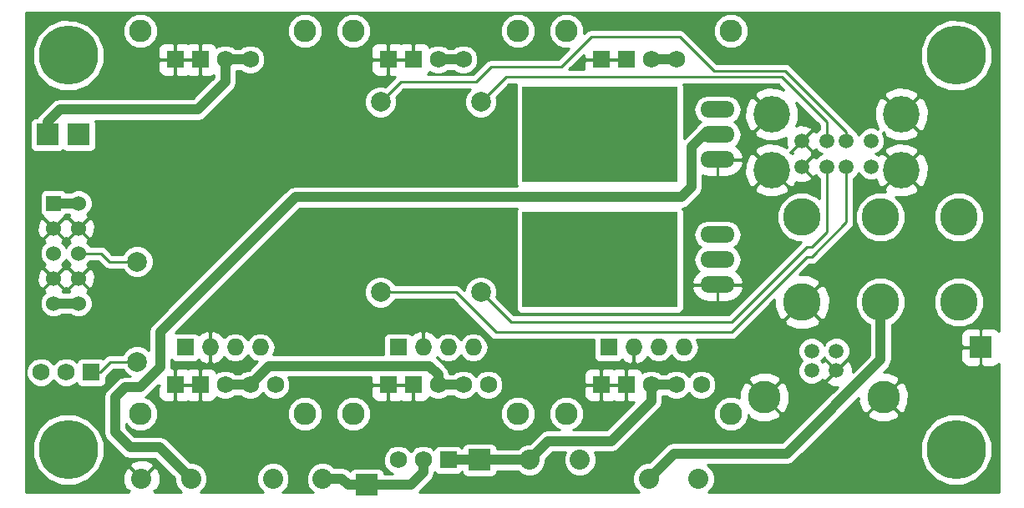
<source format=gbl>
%FSLAX36Y36*%
G04 Gerber Fmt 3.6, Leading zero omitted, Abs format (unit inch)*
G04 Created by KiCad (PCBNEW (2014-jul-16 BZR unknown)-product) date Sat 24 Jan 2015 08:01:21 PM PST*
%MOIN*%
G01*
G04 APERTURE LIST*
%ADD10C,0.003937*%
%ADD11C,0.236220*%
%ADD12R,0.068000X0.068000*%
%ADD13C,0.068000*%
%ADD14C,0.080000*%
%ADD15R,0.060000X0.060000*%
%ADD16C,0.060000*%
%ADD17O,0.137800X0.066900*%
%ADD18R,0.620000X0.380000*%
%ADD19C,0.078700*%
%ADD20C,0.150000*%
%ADD21R,0.088000X0.088000*%
%ADD22O,0.068000X0.068000*%
%ADD23C,0.090000*%
%ADD24C,0.129921*%
%ADD25C,0.059055*%
%ADD26C,0.145669*%
%ADD27C,0.040000*%
%ADD28C,0.010000*%
G04 APERTURE END LIST*
D10*
D11*
X4133858Y-4133858D03*
X7677165Y-4133858D03*
X4133858Y-5708661D03*
X7677165Y-5708661D03*
D12*
X5650000Y-5750000D03*
D13*
X5550000Y-5750000D03*
X5450000Y-5750000D03*
D12*
X4225000Y-5400000D03*
D13*
X4125000Y-5400000D03*
X4025000Y-5400000D03*
D14*
X4426575Y-5825000D03*
X4623425Y-5825000D03*
X6451575Y-5825000D03*
X6648425Y-5825000D03*
X4951575Y-5825000D03*
X5148425Y-5825000D03*
D15*
X4075000Y-4725000D03*
D16*
X4175000Y-4725000D03*
X4075000Y-4825000D03*
X4175000Y-4825000D03*
X4075000Y-4925000D03*
X4175000Y-4925000D03*
X4075000Y-5025000D03*
X4175000Y-5025000D03*
X4075000Y-5125000D03*
X4175000Y-5125000D03*
D17*
X6725000Y-4950000D03*
X6725000Y-5050000D03*
X6725000Y-4850000D03*
D18*
X6255000Y-4950000D03*
D17*
X6725000Y-4450000D03*
X6725000Y-4550000D03*
X6725000Y-4350000D03*
D18*
X6255000Y-4450000D03*
D19*
X4409449Y-4957480D03*
X4409449Y-5357480D03*
D20*
X7375000Y-5120000D03*
X7375000Y-4780000D03*
X7687000Y-5120000D03*
X7063000Y-4780000D03*
X7687000Y-4780000D03*
X7063000Y-5120000D03*
D21*
X4050000Y-4450000D03*
X4175000Y-4450000D03*
X7775000Y-5300000D03*
X5775000Y-5750000D03*
X5325000Y-5850000D03*
D12*
X6290000Y-5300000D03*
D22*
X6390000Y-5300000D03*
X6490000Y-5300000D03*
X6590000Y-5300000D03*
D12*
X5450000Y-5300000D03*
D22*
X5550000Y-5300000D03*
X5650000Y-5300000D03*
X5750000Y-5300000D03*
D12*
X4600000Y-5300000D03*
D22*
X4700000Y-5300000D03*
X4800000Y-5300000D03*
X4900000Y-5300000D03*
D14*
X6175500Y-5750000D03*
X5974500Y-5750000D03*
D19*
X5380000Y-5080000D03*
X5780000Y-5080000D03*
X5380000Y-4320000D03*
X5780000Y-4320000D03*
D23*
X4422500Y-5565000D03*
X4422500Y-4035000D03*
X5077500Y-5565000D03*
X5077500Y-4035000D03*
D12*
X4560000Y-5450000D03*
X4660000Y-5450000D03*
D13*
X4760000Y-5450000D03*
X4860000Y-5450000D03*
X4960000Y-5450000D03*
D12*
X4560000Y-4150000D03*
X4660000Y-4150000D03*
D13*
X4760000Y-4150000D03*
X4860000Y-4150000D03*
D23*
X5272500Y-5565000D03*
X5272500Y-4035000D03*
X5927500Y-5565000D03*
X5927500Y-4035000D03*
D12*
X5410000Y-5450000D03*
X5510000Y-5450000D03*
D13*
X5610000Y-5450000D03*
X5710000Y-5450000D03*
X5810000Y-5450000D03*
D12*
X5410000Y-4150000D03*
X5510000Y-4150000D03*
D13*
X5610000Y-4150000D03*
X5710000Y-4150000D03*
D23*
X6122500Y-5565000D03*
X6122500Y-4035000D03*
X6777500Y-5565000D03*
X6777500Y-4035000D03*
D12*
X6260000Y-5450000D03*
X6360000Y-5450000D03*
D13*
X6460000Y-5450000D03*
X6560000Y-5450000D03*
X6660000Y-5450000D03*
D12*
X6260000Y-4150000D03*
X6360000Y-4150000D03*
D13*
X6460000Y-4150000D03*
X6560000Y-4150000D03*
D24*
X6912205Y-5500000D03*
X7387008Y-5500000D03*
D25*
X7100787Y-5314567D03*
X7199213Y-5314567D03*
X7100787Y-5393307D03*
X7199213Y-5393307D03*
X7337795Y-4475000D03*
X7239370Y-4475000D03*
X7160630Y-4475000D03*
X7062205Y-4475000D03*
X7337795Y-4578150D03*
X7239370Y-4578150D03*
X7160630Y-4578150D03*
X7062205Y-4578150D03*
D26*
X7458661Y-4368307D03*
X6941339Y-4368307D03*
X7458661Y-4591929D03*
X6941339Y-4591929D03*
D27*
X5775000Y-5750000D02*
X5650000Y-5750000D01*
X5710000Y-5450000D02*
X5610000Y-5450000D01*
X6560000Y-5450000D02*
X6460000Y-5450000D01*
X4860000Y-5450000D02*
X4760000Y-5450000D01*
X5610000Y-5410000D02*
X5610000Y-5450000D01*
X4860000Y-5450000D02*
X4935000Y-5375000D01*
X4935000Y-5375000D02*
X5575000Y-5375000D01*
X5575000Y-5375000D02*
X5610000Y-5410000D01*
X5775000Y-5750000D02*
X5974500Y-5750000D01*
X6049500Y-5675000D02*
X6300000Y-5675000D01*
X6300000Y-5675000D02*
X6460000Y-5515000D01*
X6460000Y-5515000D02*
X6460000Y-5450000D01*
X5974500Y-5750000D02*
X6049500Y-5675000D01*
X5710000Y-4150000D02*
X5610000Y-4150000D01*
D28*
X4260000Y-5400000D02*
X4302520Y-5357480D01*
X4302520Y-5357480D02*
X4409449Y-5357480D01*
X4225000Y-5400000D02*
X4260000Y-5400000D01*
D27*
X6620000Y-4500000D02*
X6620000Y-4660000D01*
X6620000Y-4660000D02*
X6580000Y-4700000D01*
X6580000Y-4700000D02*
X5040000Y-4700000D01*
X5040000Y-4700000D02*
X4500000Y-5240000D01*
X4500000Y-5240000D02*
X4500000Y-5380000D01*
X4500000Y-5380000D02*
X4420000Y-5460000D01*
X4420000Y-5460000D02*
X4360000Y-5460000D01*
X4360000Y-5460000D02*
X4320000Y-5500000D01*
X4320000Y-5500000D02*
X4320000Y-5640000D01*
X4320000Y-5640000D02*
X4380000Y-5700000D01*
X4380000Y-5700000D02*
X4498425Y-5700000D01*
X4498425Y-5700000D02*
X4623425Y-5825000D01*
X6670000Y-4450000D02*
X6620000Y-4500000D01*
X6725000Y-4450000D02*
X6670000Y-4450000D01*
X6551575Y-5725000D02*
X7000000Y-5725000D01*
X7000000Y-5725000D02*
X7375000Y-5350000D01*
X7375000Y-5350000D02*
X7375000Y-5120000D01*
X6451575Y-5825000D02*
X6551575Y-5725000D01*
X6560000Y-4150000D02*
X6460000Y-4150000D01*
D28*
X7239370Y-4439370D02*
X6995000Y-4195000D01*
X6995000Y-4195000D02*
X6710000Y-4195000D01*
X6710000Y-4195000D02*
X6575000Y-4060000D01*
X6575000Y-4060000D02*
X6220000Y-4060000D01*
X6220000Y-4060000D02*
X6100000Y-4180000D01*
X6100000Y-4180000D02*
X5820000Y-4180000D01*
X5820000Y-4180000D02*
X5760000Y-4240000D01*
X5760000Y-4240000D02*
X5460000Y-4240000D01*
X5460000Y-4240000D02*
X5380000Y-4320000D01*
X7239370Y-4475000D02*
X7239370Y-4439370D01*
X5880000Y-4220000D02*
X6980000Y-4220000D01*
X6980000Y-4220000D02*
X7160630Y-4400630D01*
X7160630Y-4400630D02*
X7160630Y-4475000D01*
X5780000Y-4320000D02*
X5880000Y-4220000D01*
X5680000Y-5080000D02*
X5840000Y-5240000D01*
X5840000Y-5240000D02*
X6780000Y-5240000D01*
X7100000Y-4940000D02*
X7239370Y-4800630D01*
X7239370Y-4800630D02*
X7239370Y-4578150D01*
X5380000Y-5080000D02*
X5680000Y-5080000D01*
X7080000Y-4940000D02*
X6780000Y-5240000D01*
X7100000Y-4940000D02*
X7080000Y-4940000D01*
X7160630Y-4839370D02*
X7100000Y-4900000D01*
X7100000Y-4900000D02*
X7080000Y-4900000D01*
X7080000Y-4900000D02*
X6780000Y-5200000D01*
X6780000Y-5200000D02*
X5900000Y-5200000D01*
X5900000Y-5200000D02*
X5780000Y-5080000D01*
X7160630Y-4578150D02*
X7160630Y-4839370D01*
D27*
X5325000Y-5850000D02*
X5500000Y-5850000D01*
X5550000Y-5800000D02*
X5550000Y-5750000D01*
X5500000Y-5850000D02*
X5550000Y-5800000D01*
X5250000Y-5850000D02*
X5225000Y-5825000D01*
X5225000Y-5825000D02*
X5148425Y-5825000D01*
X5325000Y-5850000D02*
X5250000Y-5850000D01*
X4050000Y-4450000D02*
X4050000Y-4400000D01*
X4050000Y-4400000D02*
X4100000Y-4350000D01*
X4100000Y-4350000D02*
X4650000Y-4350000D01*
X4650000Y-4350000D02*
X4760000Y-4240000D01*
X4760000Y-4240000D02*
X4760000Y-4150000D01*
X4860000Y-4150000D02*
X4760000Y-4150000D01*
X4175000Y-4725000D02*
X4075000Y-4725000D01*
D28*
X4297480Y-4957480D02*
X4265000Y-4925000D01*
X4265000Y-4925000D02*
X4175000Y-4925000D01*
X4409449Y-4957480D02*
X4297480Y-4957480D01*
D27*
X4175000Y-5125000D02*
X4075000Y-5125000D01*
D28*
G36*
X6361787Y-4151000D02*
X6361000Y-4151000D01*
X6361000Y-4151787D01*
X6359000Y-4151787D01*
X6359000Y-4151000D01*
X6320250Y-4151000D01*
X6299750Y-4151000D01*
X6261000Y-4151000D01*
X6261000Y-4151787D01*
X6259000Y-4151787D01*
X6259000Y-4151000D01*
X6199750Y-4151000D01*
X6191000Y-4159750D01*
X6191000Y-4190000D01*
X6132426Y-4190000D01*
X6191000Y-4131426D01*
X6191000Y-4140250D01*
X6199750Y-4149000D01*
X6259000Y-4149000D01*
X6259000Y-4148213D01*
X6261000Y-4148213D01*
X6261000Y-4149000D01*
X6299750Y-4149000D01*
X6320250Y-4149000D01*
X6359000Y-4149000D01*
X6359000Y-4148213D01*
X6361000Y-4148213D01*
X6361000Y-4149000D01*
X6361787Y-4149000D01*
X6361787Y-4151000D01*
X6361787Y-4151000D01*
G37*
X6361787Y-4151000D02*
X6361000Y-4151000D01*
X6361000Y-4151787D01*
X6359000Y-4151787D01*
X6359000Y-4151000D01*
X6320250Y-4151000D01*
X6299750Y-4151000D01*
X6261000Y-4151000D01*
X6261000Y-4151787D01*
X6259000Y-4151787D01*
X6259000Y-4151000D01*
X6199750Y-4151000D01*
X6191000Y-4159750D01*
X6191000Y-4190000D01*
X6132426Y-4190000D01*
X6191000Y-4131426D01*
X6191000Y-4140250D01*
X6199750Y-4149000D01*
X6259000Y-4149000D01*
X6259000Y-4148213D01*
X6261000Y-4148213D01*
X6261000Y-4149000D01*
X6299750Y-4149000D01*
X6320250Y-4149000D01*
X6359000Y-4149000D01*
X6359000Y-4148213D01*
X6361000Y-4148213D01*
X6361000Y-4149000D01*
X6361787Y-4149000D01*
X6361787Y-4151000D01*
G36*
X7847047Y-5878543D02*
X7820300Y-5878543D01*
X7820300Y-5680320D01*
X7798559Y-5627702D01*
X7774000Y-5603100D01*
X7774000Y-5370250D01*
X7774000Y-5301000D01*
X7774000Y-5299000D01*
X7774000Y-5229750D01*
X7765250Y-5221000D01*
X7724038Y-5221000D01*
X7711174Y-5226328D01*
X7701328Y-5236174D01*
X7696000Y-5249038D01*
X7696000Y-5262962D01*
X7696000Y-5290250D01*
X7704750Y-5299000D01*
X7774000Y-5299000D01*
X7774000Y-5301000D01*
X7704750Y-5301000D01*
X7696000Y-5309750D01*
X7696000Y-5337038D01*
X7696000Y-5350962D01*
X7701328Y-5363826D01*
X7711174Y-5373672D01*
X7724038Y-5379000D01*
X7765250Y-5379000D01*
X7774000Y-5370250D01*
X7774000Y-5603100D01*
X7758337Y-5587409D01*
X7705757Y-5565576D01*
X7648824Y-5565526D01*
X7596206Y-5587268D01*
X7567094Y-5616329D01*
X7567094Y-4573743D01*
X7567094Y-4350121D01*
X7551880Y-4310010D01*
X7548195Y-4304493D01*
X7530922Y-4297460D01*
X7529508Y-4298875D01*
X7529508Y-4296046D01*
X7522475Y-4278774D01*
X7483355Y-4261169D01*
X7440475Y-4259874D01*
X7400364Y-4275088D01*
X7394848Y-4278774D01*
X7387815Y-4296046D01*
X7458661Y-4366893D01*
X7529508Y-4296046D01*
X7529508Y-4298875D01*
X7460076Y-4368307D01*
X7530922Y-4439154D01*
X7548195Y-4432121D01*
X7565800Y-4393000D01*
X7567094Y-4350121D01*
X7567094Y-4573743D01*
X7551880Y-4533632D01*
X7548195Y-4528115D01*
X7530922Y-4521082D01*
X7529508Y-4522497D01*
X7529508Y-4519668D01*
X7522475Y-4502396D01*
X7483355Y-4484791D01*
X7440475Y-4483496D01*
X7400364Y-4498710D01*
X7394848Y-4502396D01*
X7387815Y-4519668D01*
X7458661Y-4590515D01*
X7529508Y-4519668D01*
X7529508Y-4522497D01*
X7460076Y-4591929D01*
X7530922Y-4662776D01*
X7548195Y-4655743D01*
X7565800Y-4616622D01*
X7567094Y-4573743D01*
X7567094Y-5616329D01*
X7555913Y-5627490D01*
X7534080Y-5680070D01*
X7534030Y-5737003D01*
X7555772Y-5789621D01*
X7595994Y-5829914D01*
X7648574Y-5851747D01*
X7705507Y-5851796D01*
X7758125Y-5830055D01*
X7798418Y-5789833D01*
X7820251Y-5737253D01*
X7820300Y-5680320D01*
X7820300Y-5878543D01*
X7529508Y-5878543D01*
X7529508Y-4664190D01*
X7458661Y-4593343D01*
X7387815Y-4664190D01*
X7394259Y-4680017D01*
X7355196Y-4679983D01*
X7318429Y-4695175D01*
X7290274Y-4723281D01*
X7275017Y-4760021D01*
X7274983Y-4799804D01*
X7290175Y-4836571D01*
X7318281Y-4864726D01*
X7355021Y-4879983D01*
X7394804Y-4880017D01*
X7431571Y-4864825D01*
X7459726Y-4836719D01*
X7474983Y-4799979D01*
X7475017Y-4760196D01*
X7459825Y-4723429D01*
X7435555Y-4699115D01*
X7476848Y-4700362D01*
X7516959Y-4685148D01*
X7522475Y-4681462D01*
X7529508Y-4664190D01*
X7529508Y-5878543D01*
X7487511Y-5878543D01*
X7487511Y-5483069D01*
X7473381Y-5445897D01*
X7470046Y-5440905D01*
X7453592Y-5434830D01*
X7388422Y-5500000D01*
X7453592Y-5565170D01*
X7470046Y-5559095D01*
X7486339Y-5522819D01*
X7487511Y-5483069D01*
X7487511Y-5878543D01*
X7452177Y-5878543D01*
X7452177Y-5566584D01*
X7387008Y-5501414D01*
X7321838Y-5566584D01*
X7327913Y-5583038D01*
X7364189Y-5599332D01*
X7403938Y-5600503D01*
X7441110Y-5586374D01*
X7446102Y-5583038D01*
X7452177Y-5566584D01*
X7452177Y-5878543D01*
X6686793Y-5878543D01*
X6703497Y-5861868D01*
X6713414Y-5837986D01*
X6713436Y-5812127D01*
X6703562Y-5788229D01*
X6685365Y-5770000D01*
X7000000Y-5770000D01*
X7017221Y-5766575D01*
X7031820Y-5756820D01*
X7286954Y-5501685D01*
X7286505Y-5516931D01*
X7300634Y-5554103D01*
X7303970Y-5559095D01*
X7320424Y-5565170D01*
X7385594Y-5500000D01*
X7385037Y-5499443D01*
X7386451Y-5498029D01*
X7387008Y-5498586D01*
X7452177Y-5433416D01*
X7446102Y-5416962D01*
X7409827Y-5400668D01*
X7388597Y-5400043D01*
X7406820Y-5381820D01*
X7416575Y-5367221D01*
X7420000Y-5350000D01*
X7420000Y-5209607D01*
X7431571Y-5204825D01*
X7459726Y-5176719D01*
X7474983Y-5139979D01*
X7475017Y-5100196D01*
X7459825Y-5063429D01*
X7431719Y-5035274D01*
X7394979Y-5020017D01*
X7355196Y-5019983D01*
X7318429Y-5035175D01*
X7290274Y-5063281D01*
X7275017Y-5100021D01*
X7274983Y-5139804D01*
X7290175Y-5176571D01*
X7318281Y-5204726D01*
X7330000Y-5209593D01*
X7330000Y-5331360D01*
X7263653Y-5397707D01*
X7264030Y-5382029D01*
X7254780Y-5358082D01*
X7253750Y-5356540D01*
X7253750Y-5303768D01*
X7245466Y-5283720D01*
X7230140Y-5268368D01*
X7210106Y-5260049D01*
X7188414Y-5260030D01*
X7173613Y-5266145D01*
X7173613Y-5101468D01*
X7158102Y-5060549D01*
X7154319Y-5054889D01*
X7136822Y-5047592D01*
X7064414Y-5120000D01*
X7136822Y-5192408D01*
X7154319Y-5185111D01*
X7172285Y-5145209D01*
X7173613Y-5101468D01*
X7173613Y-5266145D01*
X7168366Y-5268314D01*
X7153013Y-5283639D01*
X7150003Y-5290889D01*
X7147041Y-5283720D01*
X7135408Y-5272067D01*
X7135408Y-5193822D01*
X7063000Y-5121414D01*
X6990592Y-5193822D01*
X6997889Y-5211319D01*
X7037791Y-5229285D01*
X7081532Y-5230613D01*
X7122451Y-5215102D01*
X7128111Y-5211319D01*
X7135408Y-5193822D01*
X7135408Y-5272067D01*
X7131715Y-5268368D01*
X7111681Y-5260049D01*
X7089989Y-5260030D01*
X7069940Y-5268314D01*
X7054588Y-5283639D01*
X7046269Y-5303673D01*
X7046250Y-5325366D01*
X7054534Y-5345414D01*
X7063044Y-5353938D01*
X7054588Y-5362379D01*
X7046269Y-5382413D01*
X7046250Y-5404106D01*
X7054534Y-5424154D01*
X7069860Y-5439506D01*
X7089894Y-5447825D01*
X7111586Y-5447844D01*
X7131634Y-5439560D01*
X7143377Y-5427838D01*
X7143645Y-5428532D01*
X7145404Y-5431165D01*
X7158177Y-5432928D01*
X7197798Y-5393307D01*
X7158177Y-5353686D01*
X7145404Y-5355449D01*
X7143757Y-5359171D01*
X7138531Y-5353936D01*
X7146987Y-5345495D01*
X7149997Y-5338245D01*
X7152959Y-5345414D01*
X7159617Y-5352083D01*
X7159591Y-5352272D01*
X7199213Y-5391893D01*
X7238834Y-5352272D01*
X7238808Y-5352087D01*
X7245412Y-5345495D01*
X7253731Y-5325461D01*
X7253750Y-5303768D01*
X7253750Y-5356540D01*
X7253021Y-5355449D01*
X7240248Y-5353686D01*
X7200627Y-5393307D01*
X7201184Y-5393864D01*
X7199769Y-5395278D01*
X7199213Y-5394721D01*
X7159591Y-5434343D01*
X7161355Y-5447115D01*
X7184828Y-5457507D01*
X7203406Y-5457954D01*
X7012708Y-5648653D01*
X7012708Y-5483069D01*
X6998578Y-5445897D01*
X6995243Y-5440905D01*
X6978788Y-5434830D01*
X6977374Y-5436245D01*
X6977374Y-5433416D01*
X6971299Y-5416962D01*
X6935024Y-5400668D01*
X6895274Y-5399497D01*
X6858102Y-5413626D01*
X6853110Y-5416962D01*
X6847035Y-5433416D01*
X6912205Y-5498586D01*
X6977374Y-5433416D01*
X6977374Y-5436245D01*
X6913619Y-5500000D01*
X6978788Y-5565170D01*
X6995243Y-5559095D01*
X7011536Y-5522819D01*
X7012708Y-5483069D01*
X7012708Y-5648653D01*
X6981360Y-5680000D01*
X6977374Y-5680000D01*
X6977374Y-5566584D01*
X6912205Y-5501414D01*
X6911648Y-5501971D01*
X6910234Y-5500557D01*
X6910791Y-5500000D01*
X6845621Y-5434830D01*
X6829167Y-5440905D01*
X6812873Y-5477181D01*
X6812096Y-5503570D01*
X6791485Y-5495012D01*
X6763637Y-5494988D01*
X6737900Y-5505622D01*
X6718191Y-5525296D01*
X6707512Y-5551015D01*
X6707488Y-5578863D01*
X6718122Y-5604600D01*
X6737796Y-5624309D01*
X6763515Y-5634988D01*
X6791363Y-5635012D01*
X6817100Y-5624378D01*
X6836809Y-5604704D01*
X6847488Y-5578985D01*
X6847498Y-5567836D01*
X6853110Y-5583038D01*
X6889386Y-5599332D01*
X6929135Y-5600503D01*
X6966307Y-5586374D01*
X6971299Y-5583038D01*
X6977374Y-5566584D01*
X6977374Y-5680000D01*
X6551575Y-5680000D01*
X6534354Y-5683425D01*
X6519755Y-5693180D01*
X6452934Y-5760001D01*
X6438702Y-5759989D01*
X6414803Y-5769864D01*
X6396503Y-5788132D01*
X6386586Y-5812014D01*
X6386564Y-5837873D01*
X6396438Y-5861771D01*
X6413181Y-5878543D01*
X5535096Y-5878543D01*
X5581820Y-5831820D01*
X5591575Y-5817221D01*
X5595000Y-5800000D01*
X5595000Y-5798355D01*
X5601839Y-5805194D01*
X5611027Y-5809000D01*
X5620973Y-5809000D01*
X5688973Y-5809000D01*
X5698161Y-5805194D01*
X5705194Y-5798161D01*
X5706000Y-5796215D01*
X5706000Y-5798973D01*
X5709806Y-5808161D01*
X5716839Y-5815194D01*
X5726027Y-5819000D01*
X5735973Y-5819000D01*
X5823973Y-5819000D01*
X5833161Y-5815194D01*
X5840194Y-5808161D01*
X5844000Y-5798973D01*
X5844000Y-5795000D01*
X5927578Y-5795000D01*
X5937632Y-5805072D01*
X5961514Y-5814989D01*
X5987373Y-5815011D01*
X6011271Y-5805136D01*
X6029572Y-5786868D01*
X6039489Y-5762986D01*
X6039501Y-5748638D01*
X6068140Y-5720000D01*
X6117576Y-5720000D01*
X6110511Y-5737014D01*
X6110489Y-5762873D01*
X6120364Y-5786771D01*
X6138632Y-5805072D01*
X6162514Y-5814989D01*
X6188373Y-5815011D01*
X6212271Y-5805136D01*
X6230572Y-5786868D01*
X6240489Y-5762986D01*
X6240511Y-5737127D01*
X6233434Y-5720000D01*
X6300000Y-5720000D01*
X6317221Y-5716575D01*
X6331820Y-5706820D01*
X6491820Y-5546820D01*
X6501575Y-5532221D01*
X6505000Y-5515000D01*
X6505000Y-5495000D01*
X6521556Y-5495000D01*
X6526536Y-5499989D01*
X6548213Y-5508990D01*
X6571684Y-5509010D01*
X6593377Y-5500047D01*
X6609989Y-5483464D01*
X6610004Y-5483428D01*
X6626536Y-5499989D01*
X6648213Y-5508990D01*
X6671684Y-5509010D01*
X6693377Y-5500047D01*
X6709989Y-5483464D01*
X6718990Y-5461787D01*
X6719010Y-5438316D01*
X6710047Y-5416623D01*
X6693464Y-5400011D01*
X6671787Y-5391010D01*
X6648316Y-5390990D01*
X6626623Y-5399953D01*
X6610011Y-5416536D01*
X6609996Y-5416572D01*
X6593464Y-5400011D01*
X6571787Y-5391010D01*
X6548316Y-5390990D01*
X6526623Y-5399953D01*
X6521567Y-5405000D01*
X6498444Y-5405000D01*
X6493464Y-5400011D01*
X6471787Y-5391010D01*
X6448316Y-5390990D01*
X6426623Y-5399953D01*
X6425642Y-5400932D01*
X6423672Y-5396174D01*
X6413826Y-5386328D01*
X6400962Y-5381000D01*
X6387038Y-5381000D01*
X6369750Y-5381000D01*
X6361000Y-5389750D01*
X6361000Y-5449000D01*
X6361787Y-5449000D01*
X6361787Y-5451000D01*
X6361000Y-5451000D01*
X6361000Y-5510250D01*
X6369750Y-5519000D01*
X6387038Y-5519000D01*
X6392360Y-5519000D01*
X6359000Y-5552360D01*
X6359000Y-5510250D01*
X6359000Y-5451000D01*
X6359000Y-5449000D01*
X6359000Y-5389750D01*
X6350250Y-5381000D01*
X6332962Y-5381000D01*
X6319038Y-5381000D01*
X6310000Y-5384744D01*
X6300962Y-5381000D01*
X6287038Y-5381000D01*
X6269750Y-5381000D01*
X6261000Y-5389750D01*
X6261000Y-5449000D01*
X6299750Y-5449000D01*
X6320250Y-5449000D01*
X6359000Y-5449000D01*
X6359000Y-5451000D01*
X6320250Y-5451000D01*
X6299750Y-5451000D01*
X6261000Y-5451000D01*
X6261000Y-5510250D01*
X6269750Y-5519000D01*
X6287038Y-5519000D01*
X6300962Y-5519000D01*
X6310000Y-5515256D01*
X6319038Y-5519000D01*
X6332962Y-5519000D01*
X6350250Y-5519000D01*
X6359000Y-5510250D01*
X6359000Y-5552360D01*
X6281360Y-5630000D01*
X6259000Y-5630000D01*
X6259000Y-5510250D01*
X6259000Y-5451000D01*
X6259000Y-5449000D01*
X6259000Y-5389750D01*
X6250250Y-5381000D01*
X6232962Y-5381000D01*
X6219038Y-5381000D01*
X6206174Y-5386328D01*
X6196328Y-5396174D01*
X6191000Y-5409038D01*
X6191000Y-5440250D01*
X6199750Y-5449000D01*
X6259000Y-5449000D01*
X6259000Y-5451000D01*
X6199750Y-5451000D01*
X6191000Y-5459750D01*
X6191000Y-5490962D01*
X6196328Y-5503826D01*
X6206174Y-5513672D01*
X6219038Y-5519000D01*
X6232962Y-5519000D01*
X6250250Y-5519000D01*
X6259000Y-5510250D01*
X6259000Y-5630000D01*
X6148493Y-5630000D01*
X6162100Y-5624378D01*
X6181809Y-5604704D01*
X6192488Y-5578985D01*
X6192512Y-5551137D01*
X6181878Y-5525400D01*
X6162204Y-5505691D01*
X6136485Y-5495012D01*
X6108637Y-5494988D01*
X6082900Y-5505622D01*
X6063191Y-5525296D01*
X6052512Y-5551015D01*
X6052488Y-5578863D01*
X6063122Y-5604600D01*
X6082796Y-5624309D01*
X6096503Y-5630000D01*
X6049500Y-5630000D01*
X6032279Y-5633425D01*
X6017680Y-5643180D01*
X5997512Y-5663348D01*
X5997512Y-5551137D01*
X5986878Y-5525400D01*
X5967204Y-5505691D01*
X5941485Y-5495012D01*
X5913637Y-5494988D01*
X5887900Y-5505622D01*
X5869010Y-5524479D01*
X5869010Y-5438316D01*
X5860047Y-5416623D01*
X5843464Y-5400011D01*
X5821787Y-5391010D01*
X5798316Y-5390990D01*
X5776623Y-5399953D01*
X5760011Y-5416536D01*
X5759996Y-5416572D01*
X5743464Y-5400011D01*
X5721787Y-5391010D01*
X5698316Y-5390990D01*
X5676623Y-5399953D01*
X5671567Y-5405000D01*
X5654005Y-5405000D01*
X5651575Y-5392779D01*
X5641820Y-5378180D01*
X5606820Y-5343180D01*
X5604454Y-5341600D01*
X5606038Y-5340093D01*
X5607125Y-5341719D01*
X5626266Y-5354509D01*
X5648844Y-5359000D01*
X5651156Y-5359000D01*
X5673734Y-5354509D01*
X5692875Y-5341719D01*
X5700000Y-5331056D01*
X5707125Y-5341719D01*
X5726266Y-5354509D01*
X5748844Y-5359000D01*
X5751156Y-5359000D01*
X5773734Y-5354509D01*
X5792875Y-5341719D01*
X5805665Y-5322578D01*
X5810156Y-5300000D01*
X5805665Y-5277422D01*
X5792875Y-5258281D01*
X5773734Y-5245491D01*
X5751156Y-5241000D01*
X5748844Y-5241000D01*
X5726266Y-5245491D01*
X5707125Y-5258281D01*
X5700000Y-5268944D01*
X5692875Y-5258281D01*
X5673734Y-5245491D01*
X5651156Y-5241000D01*
X5648844Y-5241000D01*
X5626266Y-5245491D01*
X5607125Y-5258281D01*
X5606038Y-5259907D01*
X5586901Y-5241696D01*
X5561781Y-5232013D01*
X5551000Y-5239757D01*
X5551000Y-5299000D01*
X5551787Y-5299000D01*
X5551787Y-5301000D01*
X5551000Y-5301000D01*
X5551000Y-5301787D01*
X5549000Y-5301787D01*
X5549000Y-5301000D01*
X5548213Y-5301000D01*
X5548213Y-5299000D01*
X5549000Y-5299000D01*
X5549000Y-5239757D01*
X5538219Y-5232013D01*
X5513099Y-5241696D01*
X5503852Y-5250496D01*
X5498161Y-5244806D01*
X5488973Y-5241000D01*
X5479027Y-5241000D01*
X5411027Y-5241000D01*
X5401839Y-5244806D01*
X5394806Y-5251839D01*
X5391000Y-5261027D01*
X5391000Y-5270973D01*
X5391000Y-5330000D01*
X4950706Y-5330000D01*
X4955665Y-5322578D01*
X4960156Y-5300000D01*
X4955665Y-5277422D01*
X4942875Y-5258281D01*
X4923734Y-5245491D01*
X4901156Y-5241000D01*
X4898844Y-5241000D01*
X4876266Y-5245491D01*
X4857125Y-5258281D01*
X4850000Y-5268944D01*
X4842875Y-5258281D01*
X4823734Y-5245491D01*
X4801156Y-5241000D01*
X4798844Y-5241000D01*
X4776266Y-5245491D01*
X4757125Y-5258281D01*
X4756038Y-5259907D01*
X4736901Y-5241696D01*
X4711781Y-5232013D01*
X4701000Y-5239757D01*
X4701000Y-5299000D01*
X4701787Y-5299000D01*
X4701787Y-5301000D01*
X4701000Y-5301000D01*
X4701000Y-5360243D01*
X4711781Y-5367987D01*
X4736901Y-5358304D01*
X4756038Y-5340093D01*
X4757125Y-5341719D01*
X4776266Y-5354509D01*
X4798844Y-5359000D01*
X4801156Y-5359000D01*
X4823734Y-5354509D01*
X4842875Y-5341719D01*
X4850000Y-5331056D01*
X4857125Y-5341719D01*
X4876266Y-5354509D01*
X4889266Y-5357095D01*
X4855364Y-5390996D01*
X4848316Y-5390990D01*
X4826623Y-5399953D01*
X4821567Y-5405000D01*
X4798444Y-5405000D01*
X4793464Y-5400011D01*
X4771787Y-5391010D01*
X4748316Y-5390990D01*
X4726623Y-5399953D01*
X4725642Y-5400932D01*
X4723672Y-5396174D01*
X4713826Y-5386328D01*
X4700962Y-5381000D01*
X4687038Y-5381000D01*
X4669750Y-5381000D01*
X4661000Y-5389750D01*
X4661000Y-5449000D01*
X4661787Y-5449000D01*
X4661787Y-5451000D01*
X4661000Y-5451000D01*
X4661000Y-5510250D01*
X4669750Y-5519000D01*
X4687038Y-5519000D01*
X4700962Y-5519000D01*
X4713826Y-5513672D01*
X4723672Y-5503826D01*
X4725635Y-5499086D01*
X4726536Y-5499989D01*
X4748213Y-5508990D01*
X4771684Y-5509010D01*
X4793377Y-5500047D01*
X4798433Y-5495000D01*
X4821556Y-5495000D01*
X4826536Y-5499989D01*
X4848213Y-5508990D01*
X4871684Y-5509010D01*
X4893377Y-5500047D01*
X4909989Y-5483464D01*
X4910004Y-5483428D01*
X4926536Y-5499989D01*
X4948213Y-5508990D01*
X4971684Y-5509010D01*
X4993377Y-5500047D01*
X5009989Y-5483464D01*
X5018990Y-5461787D01*
X5019010Y-5438316D01*
X5011442Y-5420000D01*
X5341000Y-5420000D01*
X5341000Y-5440250D01*
X5349750Y-5449000D01*
X5409000Y-5449000D01*
X5409000Y-5448213D01*
X5411000Y-5448213D01*
X5411000Y-5449000D01*
X5449750Y-5449000D01*
X5470250Y-5449000D01*
X5509000Y-5449000D01*
X5509000Y-5448213D01*
X5511000Y-5448213D01*
X5511000Y-5449000D01*
X5511787Y-5449000D01*
X5511787Y-5451000D01*
X5511000Y-5451000D01*
X5511000Y-5510250D01*
X5519750Y-5519000D01*
X5537038Y-5519000D01*
X5550962Y-5519000D01*
X5563826Y-5513672D01*
X5573672Y-5503826D01*
X5575635Y-5499086D01*
X5576536Y-5499989D01*
X5598213Y-5508990D01*
X5621684Y-5509010D01*
X5643377Y-5500047D01*
X5648433Y-5495000D01*
X5671556Y-5495000D01*
X5676536Y-5499989D01*
X5698213Y-5508990D01*
X5721684Y-5509010D01*
X5743377Y-5500047D01*
X5759989Y-5483464D01*
X5760004Y-5483428D01*
X5776536Y-5499989D01*
X5798213Y-5508990D01*
X5821684Y-5509010D01*
X5843377Y-5500047D01*
X5859989Y-5483464D01*
X5868990Y-5461787D01*
X5869010Y-5438316D01*
X5869010Y-5524479D01*
X5868191Y-5525296D01*
X5857512Y-5551015D01*
X5857488Y-5578863D01*
X5868122Y-5604600D01*
X5887796Y-5624309D01*
X5913515Y-5634988D01*
X5941363Y-5635012D01*
X5967100Y-5624378D01*
X5986809Y-5604704D01*
X5997488Y-5578985D01*
X5997512Y-5551137D01*
X5997512Y-5663348D01*
X5975859Y-5685001D01*
X5961627Y-5684989D01*
X5937729Y-5694864D01*
X5927574Y-5705000D01*
X5844000Y-5705000D01*
X5844000Y-5701027D01*
X5840194Y-5691839D01*
X5833161Y-5684806D01*
X5823973Y-5681000D01*
X5814027Y-5681000D01*
X5726027Y-5681000D01*
X5716839Y-5684806D01*
X5709806Y-5691839D01*
X5706000Y-5701027D01*
X5706000Y-5703785D01*
X5705194Y-5701839D01*
X5698161Y-5694806D01*
X5688973Y-5691000D01*
X5679027Y-5691000D01*
X5611027Y-5691000D01*
X5601839Y-5694806D01*
X5594806Y-5701839D01*
X5592015Y-5708577D01*
X5583464Y-5700011D01*
X5561787Y-5691010D01*
X5538316Y-5690990D01*
X5516623Y-5699953D01*
X5509000Y-5707563D01*
X5509000Y-5510250D01*
X5509000Y-5451000D01*
X5470250Y-5451000D01*
X5449750Y-5451000D01*
X5411000Y-5451000D01*
X5411000Y-5510250D01*
X5419750Y-5519000D01*
X5437038Y-5519000D01*
X5450962Y-5519000D01*
X5460000Y-5515256D01*
X5469038Y-5519000D01*
X5482962Y-5519000D01*
X5500250Y-5519000D01*
X5509000Y-5510250D01*
X5509000Y-5707563D01*
X5500011Y-5716536D01*
X5499996Y-5716572D01*
X5483464Y-5700011D01*
X5461787Y-5691010D01*
X5438316Y-5690990D01*
X5416623Y-5699953D01*
X5409000Y-5707563D01*
X5409000Y-5510250D01*
X5409000Y-5451000D01*
X5349750Y-5451000D01*
X5341000Y-5459750D01*
X5341000Y-5490962D01*
X5346328Y-5503826D01*
X5356174Y-5513672D01*
X5369038Y-5519000D01*
X5382962Y-5519000D01*
X5400250Y-5519000D01*
X5409000Y-5510250D01*
X5409000Y-5707563D01*
X5400011Y-5716536D01*
X5391010Y-5738213D01*
X5390990Y-5761684D01*
X5399953Y-5783377D01*
X5416536Y-5799989D01*
X5428604Y-5805000D01*
X5394000Y-5805000D01*
X5394000Y-5801027D01*
X5390194Y-5791839D01*
X5383161Y-5784806D01*
X5373973Y-5781000D01*
X5364027Y-5781000D01*
X5342512Y-5781000D01*
X5342512Y-5551137D01*
X5331878Y-5525400D01*
X5312204Y-5505691D01*
X5286485Y-5495012D01*
X5258637Y-5494988D01*
X5232900Y-5505622D01*
X5213191Y-5525296D01*
X5202512Y-5551015D01*
X5202488Y-5578863D01*
X5213122Y-5604600D01*
X5232796Y-5624309D01*
X5258515Y-5634988D01*
X5286363Y-5635012D01*
X5312100Y-5624378D01*
X5331809Y-5604704D01*
X5342488Y-5578985D01*
X5342512Y-5551137D01*
X5342512Y-5781000D01*
X5276027Y-5781000D01*
X5266839Y-5784806D01*
X5259806Y-5791839D01*
X5258538Y-5794899D01*
X5256820Y-5793180D01*
X5242221Y-5783425D01*
X5225000Y-5780000D01*
X5195347Y-5780000D01*
X5185293Y-5769928D01*
X5161411Y-5760011D01*
X5147512Y-5759999D01*
X5147512Y-5551137D01*
X5136878Y-5525400D01*
X5117204Y-5505691D01*
X5091485Y-5495012D01*
X5063637Y-5494988D01*
X5037900Y-5505622D01*
X5018191Y-5525296D01*
X5007512Y-5551015D01*
X5007488Y-5578863D01*
X5018122Y-5604600D01*
X5037796Y-5624309D01*
X5063515Y-5634988D01*
X5091363Y-5635012D01*
X5117100Y-5624378D01*
X5136809Y-5604704D01*
X5147488Y-5578985D01*
X5147512Y-5551137D01*
X5147512Y-5759999D01*
X5135553Y-5759989D01*
X5111654Y-5769864D01*
X5093353Y-5788132D01*
X5083436Y-5812014D01*
X5083414Y-5837873D01*
X5093289Y-5861771D01*
X5110031Y-5878543D01*
X4989942Y-5878543D01*
X5006647Y-5861868D01*
X5016564Y-5837986D01*
X5016586Y-5812127D01*
X5006711Y-5788229D01*
X4988442Y-5769928D01*
X4964561Y-5760011D01*
X4938702Y-5759989D01*
X4914803Y-5769864D01*
X4896503Y-5788132D01*
X4886586Y-5812014D01*
X4886564Y-5837873D01*
X4896438Y-5861771D01*
X4913181Y-5878543D01*
X4661793Y-5878543D01*
X4678497Y-5861868D01*
X4688414Y-5837986D01*
X4688436Y-5812127D01*
X4678562Y-5788229D01*
X4660293Y-5769928D01*
X4659000Y-5769391D01*
X4659000Y-5510250D01*
X4659000Y-5451000D01*
X4659000Y-5449000D01*
X4659000Y-5389750D01*
X4650250Y-5381000D01*
X4632962Y-5381000D01*
X4619038Y-5381000D01*
X4610000Y-5384744D01*
X4600962Y-5381000D01*
X4587038Y-5381000D01*
X4569750Y-5381000D01*
X4561000Y-5389750D01*
X4561000Y-5449000D01*
X4599750Y-5449000D01*
X4620250Y-5449000D01*
X4659000Y-5449000D01*
X4659000Y-5451000D01*
X4620250Y-5451000D01*
X4599750Y-5451000D01*
X4561000Y-5451000D01*
X4561000Y-5510250D01*
X4569750Y-5519000D01*
X4587038Y-5519000D01*
X4600962Y-5519000D01*
X4610000Y-5515256D01*
X4619038Y-5519000D01*
X4632962Y-5519000D01*
X4650250Y-5519000D01*
X4659000Y-5510250D01*
X4659000Y-5769391D01*
X4636411Y-5760011D01*
X4622064Y-5759999D01*
X4559000Y-5696935D01*
X4530245Y-5668180D01*
X4515646Y-5658425D01*
X4498425Y-5655000D01*
X4398640Y-5655000D01*
X4365000Y-5621360D01*
X4365000Y-5606481D01*
X4382796Y-5624309D01*
X4408515Y-5634988D01*
X4436363Y-5635012D01*
X4462100Y-5624378D01*
X4481809Y-5604704D01*
X4492488Y-5578985D01*
X4492512Y-5551137D01*
X4481878Y-5525400D01*
X4462204Y-5505691D01*
X4442996Y-5497716D01*
X4451820Y-5491820D01*
X4492640Y-5451000D01*
X4499750Y-5451000D01*
X4491000Y-5459750D01*
X4491000Y-5490962D01*
X4496328Y-5503826D01*
X4506174Y-5513672D01*
X4519038Y-5519000D01*
X4532962Y-5519000D01*
X4550250Y-5519000D01*
X4559000Y-5510250D01*
X4559000Y-5451000D01*
X4558213Y-5451000D01*
X4558213Y-5449000D01*
X4559000Y-5449000D01*
X4559000Y-5389750D01*
X4550250Y-5381000D01*
X4544801Y-5381000D01*
X4545000Y-5380000D01*
X4545000Y-5348355D01*
X4551839Y-5355194D01*
X4561027Y-5359000D01*
X4570973Y-5359000D01*
X4638973Y-5359000D01*
X4648161Y-5355194D01*
X4653852Y-5349504D01*
X4663099Y-5358304D01*
X4688219Y-5367987D01*
X4699000Y-5360243D01*
X4699000Y-5301000D01*
X4698213Y-5301000D01*
X4698213Y-5299000D01*
X4699000Y-5299000D01*
X4699000Y-5239757D01*
X4688219Y-5232013D01*
X4663099Y-5241696D01*
X4653852Y-5250496D01*
X4648161Y-5244806D01*
X4638973Y-5241000D01*
X4629027Y-5241000D01*
X4562640Y-5241000D01*
X5058640Y-4745000D01*
X5924645Y-4745000D01*
X5923806Y-4745839D01*
X5920000Y-4755027D01*
X5920000Y-4764973D01*
X5920000Y-5144973D01*
X5923806Y-5154161D01*
X5930839Y-5161194D01*
X5940027Y-5165000D01*
X5949973Y-5165000D01*
X6569973Y-5165000D01*
X6579161Y-5161194D01*
X6586194Y-5154161D01*
X6590000Y-5144973D01*
X6590000Y-5135027D01*
X6590000Y-4755027D01*
X6586194Y-4745839D01*
X6584467Y-4744111D01*
X6597221Y-4741575D01*
X6611820Y-4731820D01*
X6651820Y-4691820D01*
X6661575Y-4677221D01*
X6665000Y-4660000D01*
X6665000Y-4613407D01*
X6688550Y-4618450D01*
X6724000Y-4618450D01*
X6724000Y-4551000D01*
X6723213Y-4551000D01*
X6723213Y-4549000D01*
X6724000Y-4549000D01*
X6724000Y-4548213D01*
X6726000Y-4548213D01*
X6726000Y-4549000D01*
X6820142Y-4549000D01*
X6827894Y-4538306D01*
X6824072Y-4524729D01*
X6809559Y-4502306D01*
X6798552Y-4494717D01*
X6803620Y-4491330D01*
X6816290Y-4472368D01*
X6820740Y-4450000D01*
X6816290Y-4427632D01*
X6803620Y-4408670D01*
X6790645Y-4400000D01*
X6803620Y-4391330D01*
X6816290Y-4372368D01*
X6820740Y-4350000D01*
X6816290Y-4327632D01*
X6803620Y-4308670D01*
X6784657Y-4295999D01*
X6762290Y-4291550D01*
X6687710Y-4291550D01*
X6665343Y-4295999D01*
X6646380Y-4308670D01*
X6633710Y-4327632D01*
X6629260Y-4350000D01*
X6633710Y-4372368D01*
X6646380Y-4391330D01*
X6659355Y-4400000D01*
X6646380Y-4408670D01*
X6641513Y-4415953D01*
X6638180Y-4418180D01*
X6590000Y-4466360D01*
X6590000Y-4255027D01*
X6587918Y-4250000D01*
X6967574Y-4250000D01*
X6989143Y-4271569D01*
X6966032Y-4261169D01*
X6923152Y-4259874D01*
X6883041Y-4275088D01*
X6877525Y-4278774D01*
X6870492Y-4296046D01*
X6941339Y-4366893D01*
X6941895Y-4366336D01*
X6943310Y-4367750D01*
X6942753Y-4368307D01*
X6943310Y-4368864D01*
X6941895Y-4370278D01*
X6941339Y-4369721D01*
X6939924Y-4371136D01*
X6939924Y-4368307D01*
X6869078Y-4297460D01*
X6851805Y-4304493D01*
X6834200Y-4343614D01*
X6832906Y-4386494D01*
X6848120Y-4426605D01*
X6851805Y-4432121D01*
X6869078Y-4439154D01*
X6939924Y-4368307D01*
X6939924Y-4371136D01*
X6870492Y-4440568D01*
X6877525Y-4457840D01*
X6916645Y-4475445D01*
X6959525Y-4476740D01*
X6997968Y-4462159D01*
X6997387Y-4486279D01*
X7003289Y-4501557D01*
X6966032Y-4484791D01*
X6923152Y-4483496D01*
X6883041Y-4498710D01*
X6877525Y-4502396D01*
X6870492Y-4519668D01*
X6941339Y-4590515D01*
X6941895Y-4589958D01*
X6943310Y-4591372D01*
X6942753Y-4591929D01*
X7013599Y-4662776D01*
X7030872Y-4655743D01*
X7038713Y-4638318D01*
X7047820Y-4642350D01*
X7073483Y-4642967D01*
X7097429Y-4633717D01*
X7100063Y-4631958D01*
X7101826Y-4619185D01*
X7062205Y-4579564D01*
X7061648Y-4580121D01*
X7060234Y-4578706D01*
X7060791Y-4578150D01*
X7060234Y-4577593D01*
X7061648Y-4576179D01*
X7062205Y-4576735D01*
X7101826Y-4537114D01*
X7100371Y-4526575D01*
X7101826Y-4516036D01*
X7062205Y-4476414D01*
X7022583Y-4516036D01*
X7023857Y-4525259D01*
X7013599Y-4521082D01*
X7019721Y-4514961D01*
X7019095Y-4514335D01*
X7021169Y-4514621D01*
X7060791Y-4475000D01*
X7060234Y-4474443D01*
X7061648Y-4473029D01*
X7062205Y-4473586D01*
X7101826Y-4433964D01*
X7100063Y-4421192D01*
X7076589Y-4410800D01*
X7050926Y-4410182D01*
X7038602Y-4414943D01*
X7048477Y-4393000D01*
X7049771Y-4350121D01*
X7038819Y-4321246D01*
X7130630Y-4413056D01*
X7130630Y-4428397D01*
X7129783Y-4428747D01*
X7118040Y-4440469D01*
X7117772Y-4439775D01*
X7116013Y-4437142D01*
X7103240Y-4435379D01*
X7063619Y-4475000D01*
X7103240Y-4514621D01*
X7116013Y-4512858D01*
X7117660Y-4509136D01*
X7129702Y-4521199D01*
X7142655Y-4526578D01*
X7129783Y-4531896D01*
X7118040Y-4543618D01*
X7117772Y-4542925D01*
X7116013Y-4540292D01*
X7103240Y-4538528D01*
X7063619Y-4578150D01*
X7103240Y-4617771D01*
X7116013Y-4616008D01*
X7117660Y-4612286D01*
X7129702Y-4624349D01*
X7130630Y-4624734D01*
X7130630Y-4706203D01*
X7119719Y-4695274D01*
X7101826Y-4687844D01*
X7082979Y-4680017D01*
X7043196Y-4679983D01*
X7012185Y-4692796D01*
X7012185Y-4664190D01*
X6941339Y-4593343D01*
X6939924Y-4594758D01*
X6939924Y-4591929D01*
X6869078Y-4521082D01*
X6851805Y-4528115D01*
X6834200Y-4567236D01*
X6832906Y-4610116D01*
X6848120Y-4650227D01*
X6851805Y-4655743D01*
X6869078Y-4662776D01*
X6939924Y-4591929D01*
X6939924Y-4594758D01*
X6870492Y-4664190D01*
X6877525Y-4681462D01*
X6916645Y-4699068D01*
X6959525Y-4700362D01*
X6999636Y-4685148D01*
X7005152Y-4681462D01*
X7012185Y-4664190D01*
X7012185Y-4692796D01*
X7006429Y-4695175D01*
X6978274Y-4723281D01*
X6963017Y-4760021D01*
X6962983Y-4799804D01*
X6978175Y-4836571D01*
X7006281Y-4864726D01*
X7043021Y-4879983D01*
X7057578Y-4879995D01*
X6827894Y-5109680D01*
X6827894Y-5061694D01*
X6827894Y-5038306D01*
X6827894Y-4561694D01*
X6820142Y-4551000D01*
X6726000Y-4551000D01*
X6726000Y-4618450D01*
X6761450Y-4618450D01*
X6787569Y-4612857D01*
X6809559Y-4597694D01*
X6824072Y-4575271D01*
X6827894Y-4561694D01*
X6827894Y-5038306D01*
X6824072Y-5024729D01*
X6809559Y-5002306D01*
X6798552Y-4994717D01*
X6803620Y-4991330D01*
X6816290Y-4972368D01*
X6820740Y-4950000D01*
X6816290Y-4927632D01*
X6803620Y-4908670D01*
X6790645Y-4900000D01*
X6803620Y-4891330D01*
X6816290Y-4872368D01*
X6820740Y-4850000D01*
X6816290Y-4827632D01*
X6803620Y-4808670D01*
X6784657Y-4795999D01*
X6762290Y-4791550D01*
X6687710Y-4791550D01*
X6665343Y-4795999D01*
X6646380Y-4808670D01*
X6633710Y-4827632D01*
X6629260Y-4850000D01*
X6633710Y-4872368D01*
X6646380Y-4891330D01*
X6659355Y-4900000D01*
X6646380Y-4908670D01*
X6633710Y-4927632D01*
X6629260Y-4950000D01*
X6633710Y-4972368D01*
X6646380Y-4991330D01*
X6651448Y-4994717D01*
X6640441Y-5002306D01*
X6625928Y-5024729D01*
X6622106Y-5038306D01*
X6629858Y-5049000D01*
X6724000Y-5049000D01*
X6724000Y-5048213D01*
X6726000Y-5048213D01*
X6726000Y-5049000D01*
X6820142Y-5049000D01*
X6827894Y-5038306D01*
X6827894Y-5061694D01*
X6820142Y-5051000D01*
X6726000Y-5051000D01*
X6726000Y-5118450D01*
X6761450Y-5118450D01*
X6787569Y-5112857D01*
X6809559Y-5097694D01*
X6824072Y-5075271D01*
X6827894Y-5061694D01*
X6827894Y-5109680D01*
X6767574Y-5170000D01*
X6724000Y-5170000D01*
X6724000Y-5118450D01*
X6724000Y-5051000D01*
X6629858Y-5051000D01*
X6622106Y-5061694D01*
X6625928Y-5075271D01*
X6640441Y-5097694D01*
X6662431Y-5112857D01*
X6688550Y-5118450D01*
X6724000Y-5118450D01*
X6724000Y-5170000D01*
X5912426Y-5170000D01*
X5841682Y-5099255D01*
X5844339Y-5092856D01*
X5844361Y-5067256D01*
X5834585Y-5043596D01*
X5816499Y-5025479D01*
X5792856Y-5015661D01*
X5767256Y-5015639D01*
X5743596Y-5025415D01*
X5725479Y-5043501D01*
X5715661Y-5067144D01*
X5715656Y-5073229D01*
X5701213Y-5058787D01*
X5691481Y-5052284D01*
X5680000Y-5050000D01*
X5437231Y-5050000D01*
X5434585Y-5043596D01*
X5416499Y-5025479D01*
X5392856Y-5015661D01*
X5367256Y-5015639D01*
X5343596Y-5025415D01*
X5325479Y-5043501D01*
X5315661Y-5067144D01*
X5315639Y-5092744D01*
X5325415Y-5116404D01*
X5343501Y-5134521D01*
X5367144Y-5144339D01*
X5392744Y-5144361D01*
X5416404Y-5134585D01*
X5434521Y-5116499D01*
X5437220Y-5110000D01*
X5667574Y-5110000D01*
X5818787Y-5261213D01*
X5828519Y-5267716D01*
X5828520Y-5267716D01*
X5840000Y-5270000D01*
X6231000Y-5270000D01*
X6231000Y-5270973D01*
X6231000Y-5338973D01*
X6234806Y-5348161D01*
X6241839Y-5355194D01*
X6251027Y-5359000D01*
X6260973Y-5359000D01*
X6328973Y-5359000D01*
X6338161Y-5355194D01*
X6343852Y-5349504D01*
X6353099Y-5358304D01*
X6378219Y-5367987D01*
X6389000Y-5360243D01*
X6389000Y-5301000D01*
X6388213Y-5301000D01*
X6388213Y-5299000D01*
X6389000Y-5299000D01*
X6389000Y-5298213D01*
X6391000Y-5298213D01*
X6391000Y-5299000D01*
X6391787Y-5299000D01*
X6391787Y-5301000D01*
X6391000Y-5301000D01*
X6391000Y-5360243D01*
X6401781Y-5367987D01*
X6426901Y-5358304D01*
X6446038Y-5340093D01*
X6447125Y-5341719D01*
X6466266Y-5354509D01*
X6488844Y-5359000D01*
X6491156Y-5359000D01*
X6513734Y-5354509D01*
X6532875Y-5341719D01*
X6540000Y-5331056D01*
X6547125Y-5341719D01*
X6566266Y-5354509D01*
X6588844Y-5359000D01*
X6591156Y-5359000D01*
X6613734Y-5354509D01*
X6632875Y-5341719D01*
X6645665Y-5322578D01*
X6650156Y-5300000D01*
X6645665Y-5277422D01*
X6640706Y-5270000D01*
X6780000Y-5270000D01*
X6780000Y-5270000D01*
X6791480Y-5267716D01*
X6791481Y-5267716D01*
X6801213Y-5261213D01*
X6953279Y-5109148D01*
X6952387Y-5138532D01*
X6967898Y-5179451D01*
X6971681Y-5185111D01*
X6989178Y-5192408D01*
X7061586Y-5120000D01*
X7061029Y-5119443D01*
X7062443Y-5118029D01*
X7063000Y-5118586D01*
X7135408Y-5046178D01*
X7128111Y-5028681D01*
X7088209Y-5010715D01*
X7052787Y-5009639D01*
X7092426Y-4970000D01*
X7100000Y-4970000D01*
X7100000Y-4970000D01*
X7111480Y-4967716D01*
X7111481Y-4967716D01*
X7121213Y-4961213D01*
X7260583Y-4821843D01*
X7267086Y-4812110D01*
X7267086Y-4812110D01*
X7269370Y-4800630D01*
X7269370Y-4800630D01*
X7269370Y-4624753D01*
X7270217Y-4624403D01*
X7285569Y-4609077D01*
X7288580Y-4601827D01*
X7291542Y-4608997D01*
X7306868Y-4624349D01*
X7326901Y-4632668D01*
X7348594Y-4632687D01*
X7357408Y-4629045D01*
X7365442Y-4650227D01*
X7369128Y-4655743D01*
X7386401Y-4662776D01*
X7457247Y-4591929D01*
X7386401Y-4521082D01*
X7369128Y-4528115D01*
X7367610Y-4531488D01*
X7355770Y-4526572D01*
X7368642Y-4521253D01*
X7383995Y-4505928D01*
X7392313Y-4485894D01*
X7392332Y-4464201D01*
X7384101Y-4444281D01*
X7387815Y-4440568D01*
X7394848Y-4457840D01*
X7433968Y-4475445D01*
X7476848Y-4476740D01*
X7516959Y-4461526D01*
X7522475Y-4457840D01*
X7529508Y-4440568D01*
X7458661Y-4369721D01*
X7458105Y-4370278D01*
X7456690Y-4368864D01*
X7457247Y-4368307D01*
X7386401Y-4297460D01*
X7369128Y-4304493D01*
X7351523Y-4343614D01*
X7350229Y-4386494D01*
X7365442Y-4426605D01*
X7366214Y-4427759D01*
X7348689Y-4420482D01*
X7326997Y-4420463D01*
X7306948Y-4428747D01*
X7291596Y-4444072D01*
X7288586Y-4451322D01*
X7285623Y-4444153D01*
X7270298Y-4428801D01*
X7266696Y-4427305D01*
X7260583Y-4418157D01*
X7016213Y-4173787D01*
X7006481Y-4167284D01*
X6995000Y-4165000D01*
X6847512Y-4165000D01*
X6847512Y-4021137D01*
X6836878Y-3995400D01*
X6817204Y-3975691D01*
X6791485Y-3965012D01*
X6763637Y-3964988D01*
X6737900Y-3975622D01*
X6718191Y-3995296D01*
X6707512Y-4021015D01*
X6707488Y-4048863D01*
X6718122Y-4074600D01*
X6737796Y-4094309D01*
X6763515Y-4104988D01*
X6791363Y-4105012D01*
X6817100Y-4094378D01*
X6836809Y-4074704D01*
X6847488Y-4048985D01*
X6847512Y-4021137D01*
X6847512Y-4165000D01*
X6722426Y-4165000D01*
X6596213Y-4038787D01*
X6586481Y-4032284D01*
X6575000Y-4030000D01*
X6220000Y-4030000D01*
X6208519Y-4032284D01*
X6198787Y-4038787D01*
X6192491Y-4045082D01*
X6192512Y-4021137D01*
X6181878Y-3995400D01*
X6162204Y-3975691D01*
X6136485Y-3965012D01*
X6108637Y-3964988D01*
X6082900Y-3975622D01*
X6063191Y-3995296D01*
X6052512Y-4021015D01*
X6052488Y-4048863D01*
X6063122Y-4074600D01*
X6082796Y-4094309D01*
X6108515Y-4104988D01*
X6132565Y-4105009D01*
X6087574Y-4150000D01*
X5997512Y-4150000D01*
X5997512Y-4021137D01*
X5986878Y-3995400D01*
X5967204Y-3975691D01*
X5941485Y-3965012D01*
X5913637Y-3964988D01*
X5887900Y-3975622D01*
X5868191Y-3995296D01*
X5857512Y-4021015D01*
X5857488Y-4048863D01*
X5868122Y-4074600D01*
X5887796Y-4094309D01*
X5913515Y-4104988D01*
X5941363Y-4105012D01*
X5967100Y-4094378D01*
X5986809Y-4074704D01*
X5997488Y-4048985D01*
X5997512Y-4021137D01*
X5997512Y-4150000D01*
X5820000Y-4150000D01*
X5808519Y-4152284D01*
X5798787Y-4158787D01*
X5747574Y-4210000D01*
X5567497Y-4210000D01*
X5573672Y-4203826D01*
X5575635Y-4199086D01*
X5576536Y-4199989D01*
X5598213Y-4208990D01*
X5621684Y-4209010D01*
X5643377Y-4200047D01*
X5648433Y-4195000D01*
X5671556Y-4195000D01*
X5676536Y-4199989D01*
X5698213Y-4208990D01*
X5721684Y-4209010D01*
X5743377Y-4200047D01*
X5759989Y-4183464D01*
X5768990Y-4161787D01*
X5769010Y-4138316D01*
X5760047Y-4116623D01*
X5743464Y-4100011D01*
X5721787Y-4091010D01*
X5698316Y-4090990D01*
X5676623Y-4099953D01*
X5671567Y-4105000D01*
X5648444Y-4105000D01*
X5643464Y-4100011D01*
X5621787Y-4091010D01*
X5598316Y-4090990D01*
X5576623Y-4099953D01*
X5575642Y-4100932D01*
X5573672Y-4096174D01*
X5563826Y-4086328D01*
X5550962Y-4081000D01*
X5537038Y-4081000D01*
X5519750Y-4081000D01*
X5511000Y-4089750D01*
X5511000Y-4149000D01*
X5511787Y-4149000D01*
X5511787Y-4151000D01*
X5511000Y-4151000D01*
X5511000Y-4151787D01*
X5509000Y-4151787D01*
X5509000Y-4151000D01*
X5509000Y-4149000D01*
X5509000Y-4089750D01*
X5500250Y-4081000D01*
X5482962Y-4081000D01*
X5469038Y-4081000D01*
X5460000Y-4084744D01*
X5450962Y-4081000D01*
X5437038Y-4081000D01*
X5419750Y-4081000D01*
X5411000Y-4089750D01*
X5411000Y-4149000D01*
X5449750Y-4149000D01*
X5470250Y-4149000D01*
X5509000Y-4149000D01*
X5509000Y-4151000D01*
X5470250Y-4151000D01*
X5449750Y-4151000D01*
X5411000Y-4151000D01*
X5411000Y-4210250D01*
X5419750Y-4219000D01*
X5437038Y-4219000D01*
X5438574Y-4219000D01*
X5409000Y-4248574D01*
X5409000Y-4210250D01*
X5409000Y-4151000D01*
X5409000Y-4149000D01*
X5409000Y-4089750D01*
X5400250Y-4081000D01*
X5382962Y-4081000D01*
X5369038Y-4081000D01*
X5356174Y-4086328D01*
X5346328Y-4096174D01*
X5342512Y-4105387D01*
X5342512Y-4021137D01*
X5331878Y-3995400D01*
X5312204Y-3975691D01*
X5286485Y-3965012D01*
X5258637Y-3964988D01*
X5232900Y-3975622D01*
X5213191Y-3995296D01*
X5202512Y-4021015D01*
X5202488Y-4048863D01*
X5213122Y-4074600D01*
X5232796Y-4094309D01*
X5258515Y-4104988D01*
X5286363Y-4105012D01*
X5312100Y-4094378D01*
X5331809Y-4074704D01*
X5342488Y-4048985D01*
X5342512Y-4021137D01*
X5342512Y-4105387D01*
X5341000Y-4109038D01*
X5341000Y-4140250D01*
X5349750Y-4149000D01*
X5409000Y-4149000D01*
X5409000Y-4151000D01*
X5349750Y-4151000D01*
X5341000Y-4159750D01*
X5341000Y-4190962D01*
X5346328Y-4203826D01*
X5356174Y-4213672D01*
X5369038Y-4219000D01*
X5382962Y-4219000D01*
X5400250Y-4219000D01*
X5409000Y-4210250D01*
X5409000Y-4248574D01*
X5399255Y-4258318D01*
X5392856Y-4255661D01*
X5367256Y-4255639D01*
X5343596Y-4265415D01*
X5325479Y-4283501D01*
X5315661Y-4307144D01*
X5315639Y-4332744D01*
X5325415Y-4356404D01*
X5343501Y-4374521D01*
X5367144Y-4384339D01*
X5392744Y-4384361D01*
X5416404Y-4374585D01*
X5434521Y-4356499D01*
X5444339Y-4332856D01*
X5444361Y-4307256D01*
X5441674Y-4300752D01*
X5472426Y-4270000D01*
X5739003Y-4270000D01*
X5725479Y-4283501D01*
X5715661Y-4307144D01*
X5715639Y-4332744D01*
X5725415Y-4356404D01*
X5743501Y-4374521D01*
X5767144Y-4384339D01*
X5792744Y-4384361D01*
X5816404Y-4374585D01*
X5834521Y-4356499D01*
X5844339Y-4332856D01*
X5844361Y-4307256D01*
X5841674Y-4300752D01*
X5892426Y-4250000D01*
X5922082Y-4250000D01*
X5920000Y-4255027D01*
X5920000Y-4264973D01*
X5920000Y-4644973D01*
X5923806Y-4654161D01*
X5924645Y-4655000D01*
X5147512Y-4655000D01*
X5147512Y-4021137D01*
X5136878Y-3995400D01*
X5117204Y-3975691D01*
X5091485Y-3965012D01*
X5063637Y-3964988D01*
X5037900Y-3975622D01*
X5018191Y-3995296D01*
X5007512Y-4021015D01*
X5007488Y-4048863D01*
X5018122Y-4074600D01*
X5037796Y-4094309D01*
X5063515Y-4104988D01*
X5091363Y-4105012D01*
X5117100Y-4094378D01*
X5136809Y-4074704D01*
X5147488Y-4048985D01*
X5147512Y-4021137D01*
X5147512Y-4655000D01*
X5040000Y-4655000D01*
X5022779Y-4658425D01*
X5008180Y-4668180D01*
X4919010Y-4757350D01*
X4919010Y-4138316D01*
X4910047Y-4116623D01*
X4893464Y-4100011D01*
X4871787Y-4091010D01*
X4848316Y-4090990D01*
X4826623Y-4099953D01*
X4821567Y-4105000D01*
X4798444Y-4105000D01*
X4793464Y-4100011D01*
X4771787Y-4091010D01*
X4748316Y-4090990D01*
X4726623Y-4099953D01*
X4725642Y-4100932D01*
X4723672Y-4096174D01*
X4713826Y-4086328D01*
X4700962Y-4081000D01*
X4687038Y-4081000D01*
X4669750Y-4081000D01*
X4661000Y-4089750D01*
X4661000Y-4149000D01*
X4661787Y-4149000D01*
X4661787Y-4151000D01*
X4661000Y-4151000D01*
X4661000Y-4210250D01*
X4669750Y-4219000D01*
X4687038Y-4219000D01*
X4700962Y-4219000D01*
X4713826Y-4213672D01*
X4715000Y-4212497D01*
X4715000Y-4221360D01*
X4659000Y-4277360D01*
X4659000Y-4210250D01*
X4659000Y-4151000D01*
X4659000Y-4149000D01*
X4659000Y-4089750D01*
X4650250Y-4081000D01*
X4632962Y-4081000D01*
X4619038Y-4081000D01*
X4610000Y-4084744D01*
X4600962Y-4081000D01*
X4587038Y-4081000D01*
X4569750Y-4081000D01*
X4561000Y-4089750D01*
X4561000Y-4149000D01*
X4599750Y-4149000D01*
X4620250Y-4149000D01*
X4659000Y-4149000D01*
X4659000Y-4151000D01*
X4620250Y-4151000D01*
X4599750Y-4151000D01*
X4561000Y-4151000D01*
X4561000Y-4210250D01*
X4569750Y-4219000D01*
X4587038Y-4219000D01*
X4600962Y-4219000D01*
X4610000Y-4215256D01*
X4619038Y-4219000D01*
X4632962Y-4219000D01*
X4650250Y-4219000D01*
X4659000Y-4210250D01*
X4659000Y-4277360D01*
X4631360Y-4305000D01*
X4559000Y-4305000D01*
X4559000Y-4210250D01*
X4559000Y-4151000D01*
X4559000Y-4149000D01*
X4559000Y-4089750D01*
X4550250Y-4081000D01*
X4532962Y-4081000D01*
X4519038Y-4081000D01*
X4506174Y-4086328D01*
X4496328Y-4096174D01*
X4492512Y-4105387D01*
X4492512Y-4021137D01*
X4481878Y-3995400D01*
X4462204Y-3975691D01*
X4436485Y-3965012D01*
X4408637Y-3964988D01*
X4382900Y-3975622D01*
X4363191Y-3995296D01*
X4352512Y-4021015D01*
X4352488Y-4048863D01*
X4363122Y-4074600D01*
X4382796Y-4094309D01*
X4408515Y-4104988D01*
X4436363Y-4105012D01*
X4462100Y-4094378D01*
X4481809Y-4074704D01*
X4492488Y-4048985D01*
X4492512Y-4021137D01*
X4492512Y-4105387D01*
X4491000Y-4109038D01*
X4491000Y-4140250D01*
X4499750Y-4149000D01*
X4559000Y-4149000D01*
X4559000Y-4151000D01*
X4499750Y-4151000D01*
X4491000Y-4159750D01*
X4491000Y-4190962D01*
X4496328Y-4203826D01*
X4506174Y-4213672D01*
X4519038Y-4219000D01*
X4532962Y-4219000D01*
X4550250Y-4219000D01*
X4559000Y-4210250D01*
X4559000Y-4305000D01*
X4276993Y-4305000D01*
X4276993Y-4105517D01*
X4255252Y-4052899D01*
X4215030Y-4012606D01*
X4162450Y-3990773D01*
X4105517Y-3990723D01*
X4052899Y-4012465D01*
X4012606Y-4052687D01*
X3990773Y-4105267D01*
X3990723Y-4162200D01*
X4012465Y-4214818D01*
X4052687Y-4255110D01*
X4105267Y-4276944D01*
X4162200Y-4276993D01*
X4214818Y-4255252D01*
X4255110Y-4215030D01*
X4276944Y-4162450D01*
X4276993Y-4105517D01*
X4276993Y-4305000D01*
X4100000Y-4305000D01*
X4082779Y-4308425D01*
X4068180Y-4318180D01*
X4018180Y-4368180D01*
X4009614Y-4381000D01*
X4001027Y-4381000D01*
X3991839Y-4384806D01*
X3984806Y-4391839D01*
X3981000Y-4401027D01*
X3981000Y-4410973D01*
X3981000Y-4498973D01*
X3984806Y-4508161D01*
X3991839Y-4515194D01*
X4001027Y-4519000D01*
X4010973Y-4519000D01*
X4098973Y-4519000D01*
X4108161Y-4515194D01*
X4112500Y-4510855D01*
X4116839Y-4515194D01*
X4126027Y-4519000D01*
X4135973Y-4519000D01*
X4223973Y-4519000D01*
X4233161Y-4515194D01*
X4240194Y-4508161D01*
X4244000Y-4498973D01*
X4244000Y-4489027D01*
X4244000Y-4401027D01*
X4241503Y-4395000D01*
X4650000Y-4395000D01*
X4667221Y-4391575D01*
X4681820Y-4381820D01*
X4791820Y-4271820D01*
X4801575Y-4257221D01*
X4805000Y-4240000D01*
X4805000Y-4195000D01*
X4821556Y-4195000D01*
X4826536Y-4199989D01*
X4848213Y-4208990D01*
X4871684Y-4209010D01*
X4893377Y-4200047D01*
X4909989Y-4183464D01*
X4918990Y-4161787D01*
X4919010Y-4138316D01*
X4919010Y-4757350D01*
X4473810Y-5202550D01*
X4473810Y-4944736D01*
X4464034Y-4921077D01*
X4445948Y-4902959D01*
X4422305Y-4893141D01*
X4396705Y-4893119D01*
X4373045Y-4902895D01*
X4354927Y-4920981D01*
X4352229Y-4927480D01*
X4309907Y-4927480D01*
X4286213Y-4903787D01*
X4276481Y-4897284D01*
X4265000Y-4895000D01*
X4240294Y-4895000D01*
X4240294Y-4813646D01*
X4230978Y-4789524D01*
X4230010Y-4788073D01*
X4230010Y-4714108D01*
X4221654Y-4693886D01*
X4206196Y-4678400D01*
X4185988Y-4670010D01*
X4164108Y-4669990D01*
X4143886Y-4678346D01*
X4142229Y-4680000D01*
X4125355Y-4680000D01*
X4119161Y-4673806D01*
X4109973Y-4670000D01*
X4100027Y-4670000D01*
X4040027Y-4670000D01*
X4030839Y-4673806D01*
X4023806Y-4680839D01*
X4020000Y-4690027D01*
X4020000Y-4699973D01*
X4020000Y-4759973D01*
X4023806Y-4769161D01*
X4030839Y-4776194D01*
X4035801Y-4778250D01*
X4035038Y-4783624D01*
X4075000Y-4823586D01*
X4114962Y-4783624D01*
X4114199Y-4778250D01*
X4119161Y-4776194D01*
X4125355Y-4770000D01*
X4138059Y-4770000D01*
X4136859Y-4770802D01*
X4135038Y-4783624D01*
X4175000Y-4823586D01*
X4214962Y-4783624D01*
X4213141Y-4770802D01*
X4208865Y-4768908D01*
X4221600Y-4756196D01*
X4229990Y-4735988D01*
X4230010Y-4714108D01*
X4230010Y-4788073D01*
X4229198Y-4786859D01*
X4216376Y-4785038D01*
X4176414Y-4825000D01*
X4216376Y-4864962D01*
X4229198Y-4863141D01*
X4239668Y-4839497D01*
X4240294Y-4813646D01*
X4240294Y-4895000D01*
X4222114Y-4895000D01*
X4221654Y-4893886D01*
X4209244Y-4881454D01*
X4210476Y-4880978D01*
X4213141Y-4879198D01*
X4214962Y-4866376D01*
X4175000Y-4826414D01*
X4173586Y-4827828D01*
X4173586Y-4825000D01*
X4133624Y-4785038D01*
X4125000Y-4786263D01*
X4116376Y-4785038D01*
X4076414Y-4825000D01*
X4116376Y-4864962D01*
X4125000Y-4863737D01*
X4133624Y-4864962D01*
X4173586Y-4825000D01*
X4173586Y-4827828D01*
X4135038Y-4866376D01*
X4136859Y-4879198D01*
X4141135Y-4881092D01*
X4128400Y-4893804D01*
X4125002Y-4901989D01*
X4121654Y-4893886D01*
X4109244Y-4881454D01*
X4110476Y-4880978D01*
X4113141Y-4879198D01*
X4114962Y-4866376D01*
X4075000Y-4826414D01*
X4073586Y-4827828D01*
X4073586Y-4825000D01*
X4033624Y-4785038D01*
X4020802Y-4786859D01*
X4010332Y-4810503D01*
X4009706Y-4836354D01*
X4019022Y-4860476D01*
X4020802Y-4863141D01*
X4033624Y-4864962D01*
X4073586Y-4825000D01*
X4073586Y-4827828D01*
X4035038Y-4866376D01*
X4036859Y-4879198D01*
X4041135Y-4881092D01*
X4028400Y-4893804D01*
X4020010Y-4914012D01*
X4019990Y-4935892D01*
X4028346Y-4956114D01*
X4040756Y-4968546D01*
X4039524Y-4969022D01*
X4036859Y-4970802D01*
X4035038Y-4983624D01*
X4075000Y-5023586D01*
X4114962Y-4983624D01*
X4113141Y-4970802D01*
X4108865Y-4968908D01*
X4121600Y-4956196D01*
X4124998Y-4948011D01*
X4128346Y-4956114D01*
X4140756Y-4968546D01*
X4139524Y-4969022D01*
X4136859Y-4970802D01*
X4135038Y-4983624D01*
X4175000Y-5023586D01*
X4214962Y-4983624D01*
X4213141Y-4970802D01*
X4208865Y-4968908D01*
X4221600Y-4956196D01*
X4222096Y-4955000D01*
X4252574Y-4955000D01*
X4276267Y-4978694D01*
X4276267Y-4978694D01*
X4286000Y-4985197D01*
X4297480Y-4987480D01*
X4352218Y-4987480D01*
X4354864Y-4993884D01*
X4372950Y-5012002D01*
X4396593Y-5021819D01*
X4422193Y-5021841D01*
X4445853Y-5012065D01*
X4463970Y-4993979D01*
X4473788Y-4970336D01*
X4473810Y-4944736D01*
X4473810Y-5202550D01*
X4468180Y-5208180D01*
X4458425Y-5222779D01*
X4455000Y-5240000D01*
X4455000Y-5312027D01*
X4445948Y-5302959D01*
X4422305Y-5293141D01*
X4396705Y-5293119D01*
X4373045Y-5302895D01*
X4354927Y-5320981D01*
X4352229Y-5327480D01*
X4302520Y-5327480D01*
X4291039Y-5329764D01*
X4287141Y-5332369D01*
X4281306Y-5336267D01*
X4272883Y-5344691D01*
X4263973Y-5341000D01*
X4254027Y-5341000D01*
X4240294Y-5341000D01*
X4240294Y-5013646D01*
X4230978Y-4989524D01*
X4229198Y-4986859D01*
X4216376Y-4985038D01*
X4176414Y-5025000D01*
X4216376Y-5064962D01*
X4229198Y-5063141D01*
X4239668Y-5039497D01*
X4240294Y-5013646D01*
X4240294Y-5341000D01*
X4230010Y-5341000D01*
X4230010Y-5114108D01*
X4221654Y-5093886D01*
X4209244Y-5081454D01*
X4210476Y-5080978D01*
X4213141Y-5079198D01*
X4214962Y-5066376D01*
X4175000Y-5026414D01*
X4173586Y-5027828D01*
X4173586Y-5025000D01*
X4133624Y-4985038D01*
X4125000Y-4986263D01*
X4116376Y-4985038D01*
X4076414Y-5025000D01*
X4116376Y-5064962D01*
X4125000Y-5063737D01*
X4133624Y-5064962D01*
X4173586Y-5025000D01*
X4173586Y-5027828D01*
X4135038Y-5066376D01*
X4136859Y-5079198D01*
X4138670Y-5080000D01*
X4111941Y-5080000D01*
X4113141Y-5079198D01*
X4114962Y-5066376D01*
X4075000Y-5026414D01*
X4073586Y-5027828D01*
X4073586Y-5025000D01*
X4033624Y-4985038D01*
X4020802Y-4986859D01*
X4010332Y-5010503D01*
X4009706Y-5036354D01*
X4019022Y-5060476D01*
X4020802Y-5063141D01*
X4033624Y-5064962D01*
X4073586Y-5025000D01*
X4073586Y-5027828D01*
X4035038Y-5066376D01*
X4036859Y-5079198D01*
X4041135Y-5081092D01*
X4028400Y-5093804D01*
X4020010Y-5114012D01*
X4019990Y-5135892D01*
X4028346Y-5156114D01*
X4043804Y-5171600D01*
X4064012Y-5179990D01*
X4085892Y-5180010D01*
X4106114Y-5171654D01*
X4107771Y-5170000D01*
X4142208Y-5170000D01*
X4143804Y-5171600D01*
X4164012Y-5179990D01*
X4185892Y-5180010D01*
X4206114Y-5171654D01*
X4221600Y-5156196D01*
X4229990Y-5135988D01*
X4230010Y-5114108D01*
X4230010Y-5341000D01*
X4186027Y-5341000D01*
X4176839Y-5344806D01*
X4169806Y-5351839D01*
X4167015Y-5358577D01*
X4158464Y-5350011D01*
X4136787Y-5341010D01*
X4113316Y-5340990D01*
X4091623Y-5349953D01*
X4075011Y-5366536D01*
X4074996Y-5366572D01*
X4058464Y-5350011D01*
X4036787Y-5341010D01*
X4013316Y-5340990D01*
X3991623Y-5349953D01*
X3975011Y-5366536D01*
X3966010Y-5388213D01*
X3965990Y-5411684D01*
X3974953Y-5433377D01*
X3991536Y-5449989D01*
X4013213Y-5458990D01*
X4036684Y-5459010D01*
X4058377Y-5450047D01*
X4074989Y-5433464D01*
X4075004Y-5433428D01*
X4091536Y-5449989D01*
X4113213Y-5458990D01*
X4136684Y-5459010D01*
X4158377Y-5450047D01*
X4167015Y-5441424D01*
X4169806Y-5448161D01*
X4176839Y-5455194D01*
X4186027Y-5459000D01*
X4195973Y-5459000D01*
X4263973Y-5459000D01*
X4273161Y-5455194D01*
X4280194Y-5448161D01*
X4284000Y-5438973D01*
X4284000Y-5429027D01*
X4284000Y-5418426D01*
X4314946Y-5387480D01*
X4352218Y-5387480D01*
X4354864Y-5393884D01*
X4372950Y-5412002D01*
X4380170Y-5415000D01*
X4360000Y-5415000D01*
X4342779Y-5418425D01*
X4328180Y-5428180D01*
X4288180Y-5468180D01*
X4278425Y-5482779D01*
X4275000Y-5500000D01*
X4275000Y-5640000D01*
X4278425Y-5657221D01*
X4288180Y-5671820D01*
X4348180Y-5731820D01*
X4362779Y-5741575D01*
X4380000Y-5745000D01*
X4479786Y-5745000D01*
X4558426Y-5823641D01*
X4558414Y-5837873D01*
X4568289Y-5861771D01*
X4585031Y-5878543D01*
X4501940Y-5878543D01*
X4481037Y-5878543D01*
X4481285Y-5878296D01*
X4475162Y-5872172D01*
X4489022Y-5869135D01*
X4501158Y-5841878D01*
X4501940Y-5812051D01*
X4491248Y-5784196D01*
X4489022Y-5780865D01*
X4475161Y-5777828D01*
X4473747Y-5779242D01*
X4473747Y-5776413D01*
X4470709Y-5762553D01*
X4443452Y-5750416D01*
X4413626Y-5749635D01*
X4385770Y-5760327D01*
X4382440Y-5762553D01*
X4379402Y-5776413D01*
X4426575Y-5823586D01*
X4473747Y-5776413D01*
X4473747Y-5779242D01*
X4427989Y-5825000D01*
X4428546Y-5825557D01*
X4427132Y-5826971D01*
X4426575Y-5826414D01*
X4426018Y-5826971D01*
X4425161Y-5826114D01*
X4424604Y-5825557D01*
X4425161Y-5825000D01*
X4377988Y-5777828D01*
X4364127Y-5780865D01*
X4351991Y-5808122D01*
X4351210Y-5837949D01*
X4361902Y-5865804D01*
X4364127Y-5869135D01*
X4377988Y-5872172D01*
X4371865Y-5878296D01*
X4372113Y-5878543D01*
X4276993Y-5878543D01*
X4276993Y-5680320D01*
X4255252Y-5627702D01*
X4215030Y-5587409D01*
X4162450Y-5565576D01*
X4105517Y-5565526D01*
X4052899Y-5587268D01*
X4012606Y-5627490D01*
X3990773Y-5680070D01*
X3990723Y-5737003D01*
X4012465Y-5789621D01*
X4052687Y-5829914D01*
X4105267Y-5851747D01*
X4162200Y-5851796D01*
X4214818Y-5830055D01*
X4255110Y-5789833D01*
X4276944Y-5737253D01*
X4276993Y-5680320D01*
X4276993Y-5878543D01*
X3963976Y-5878543D01*
X3963976Y-3963976D01*
X7847047Y-3963976D01*
X7847047Y-5234550D01*
X7838826Y-5226328D01*
X7825962Y-5221000D01*
X7820300Y-5221000D01*
X7820300Y-4105517D01*
X7798559Y-4052899D01*
X7758337Y-4012606D01*
X7705757Y-3990773D01*
X7648824Y-3990723D01*
X7596206Y-4012465D01*
X7555913Y-4052687D01*
X7534080Y-4105267D01*
X7534030Y-4162200D01*
X7555772Y-4214818D01*
X7595994Y-4255110D01*
X7648574Y-4276944D01*
X7705507Y-4276993D01*
X7758125Y-4255252D01*
X7798418Y-4215030D01*
X7820251Y-4162450D01*
X7820300Y-4105517D01*
X7820300Y-5221000D01*
X7787017Y-5221000D01*
X7787017Y-5100196D01*
X7787017Y-4760196D01*
X7771825Y-4723429D01*
X7743719Y-4695274D01*
X7706979Y-4680017D01*
X7667196Y-4679983D01*
X7630429Y-4695175D01*
X7602274Y-4723281D01*
X7587017Y-4760021D01*
X7586983Y-4799804D01*
X7602175Y-4836571D01*
X7630281Y-4864726D01*
X7667021Y-4879983D01*
X7706804Y-4880017D01*
X7743571Y-4864825D01*
X7771726Y-4836719D01*
X7786983Y-4799979D01*
X7787017Y-4760196D01*
X7787017Y-5100196D01*
X7771825Y-5063429D01*
X7743719Y-5035274D01*
X7706979Y-5020017D01*
X7667196Y-5019983D01*
X7630429Y-5035175D01*
X7602274Y-5063281D01*
X7587017Y-5100021D01*
X7586983Y-5139804D01*
X7602175Y-5176571D01*
X7630281Y-5204726D01*
X7667021Y-5219983D01*
X7706804Y-5220017D01*
X7743571Y-5204825D01*
X7771726Y-5176719D01*
X7786983Y-5139979D01*
X7787017Y-5100196D01*
X7787017Y-5221000D01*
X7784750Y-5221000D01*
X7776000Y-5229750D01*
X7776000Y-5299000D01*
X7776787Y-5299000D01*
X7776787Y-5301000D01*
X7776000Y-5301000D01*
X7776000Y-5370250D01*
X7784750Y-5379000D01*
X7825962Y-5379000D01*
X7838826Y-5373672D01*
X7847047Y-5365450D01*
X7847047Y-5878543D01*
X7847047Y-5878543D01*
G37*
X7847047Y-5878543D02*
X7820300Y-5878543D01*
X7820300Y-5680320D01*
X7798559Y-5627702D01*
X7774000Y-5603100D01*
X7774000Y-5370250D01*
X7774000Y-5301000D01*
X7774000Y-5299000D01*
X7774000Y-5229750D01*
X7765250Y-5221000D01*
X7724038Y-5221000D01*
X7711174Y-5226328D01*
X7701328Y-5236174D01*
X7696000Y-5249038D01*
X7696000Y-5262962D01*
X7696000Y-5290250D01*
X7704750Y-5299000D01*
X7774000Y-5299000D01*
X7774000Y-5301000D01*
X7704750Y-5301000D01*
X7696000Y-5309750D01*
X7696000Y-5337038D01*
X7696000Y-5350962D01*
X7701328Y-5363826D01*
X7711174Y-5373672D01*
X7724038Y-5379000D01*
X7765250Y-5379000D01*
X7774000Y-5370250D01*
X7774000Y-5603100D01*
X7758337Y-5587409D01*
X7705757Y-5565576D01*
X7648824Y-5565526D01*
X7596206Y-5587268D01*
X7567094Y-5616329D01*
X7567094Y-4573743D01*
X7567094Y-4350121D01*
X7551880Y-4310010D01*
X7548195Y-4304493D01*
X7530922Y-4297460D01*
X7529508Y-4298875D01*
X7529508Y-4296046D01*
X7522475Y-4278774D01*
X7483355Y-4261169D01*
X7440475Y-4259874D01*
X7400364Y-4275088D01*
X7394848Y-4278774D01*
X7387815Y-4296046D01*
X7458661Y-4366893D01*
X7529508Y-4296046D01*
X7529508Y-4298875D01*
X7460076Y-4368307D01*
X7530922Y-4439154D01*
X7548195Y-4432121D01*
X7565800Y-4393000D01*
X7567094Y-4350121D01*
X7567094Y-4573743D01*
X7551880Y-4533632D01*
X7548195Y-4528115D01*
X7530922Y-4521082D01*
X7529508Y-4522497D01*
X7529508Y-4519668D01*
X7522475Y-4502396D01*
X7483355Y-4484791D01*
X7440475Y-4483496D01*
X7400364Y-4498710D01*
X7394848Y-4502396D01*
X7387815Y-4519668D01*
X7458661Y-4590515D01*
X7529508Y-4519668D01*
X7529508Y-4522497D01*
X7460076Y-4591929D01*
X7530922Y-4662776D01*
X7548195Y-4655743D01*
X7565800Y-4616622D01*
X7567094Y-4573743D01*
X7567094Y-5616329D01*
X7555913Y-5627490D01*
X7534080Y-5680070D01*
X7534030Y-5737003D01*
X7555772Y-5789621D01*
X7595994Y-5829914D01*
X7648574Y-5851747D01*
X7705507Y-5851796D01*
X7758125Y-5830055D01*
X7798418Y-5789833D01*
X7820251Y-5737253D01*
X7820300Y-5680320D01*
X7820300Y-5878543D01*
X7529508Y-5878543D01*
X7529508Y-4664190D01*
X7458661Y-4593343D01*
X7387815Y-4664190D01*
X7394259Y-4680017D01*
X7355196Y-4679983D01*
X7318429Y-4695175D01*
X7290274Y-4723281D01*
X7275017Y-4760021D01*
X7274983Y-4799804D01*
X7290175Y-4836571D01*
X7318281Y-4864726D01*
X7355021Y-4879983D01*
X7394804Y-4880017D01*
X7431571Y-4864825D01*
X7459726Y-4836719D01*
X7474983Y-4799979D01*
X7475017Y-4760196D01*
X7459825Y-4723429D01*
X7435555Y-4699115D01*
X7476848Y-4700362D01*
X7516959Y-4685148D01*
X7522475Y-4681462D01*
X7529508Y-4664190D01*
X7529508Y-5878543D01*
X7487511Y-5878543D01*
X7487511Y-5483069D01*
X7473381Y-5445897D01*
X7470046Y-5440905D01*
X7453592Y-5434830D01*
X7388422Y-5500000D01*
X7453592Y-5565170D01*
X7470046Y-5559095D01*
X7486339Y-5522819D01*
X7487511Y-5483069D01*
X7487511Y-5878543D01*
X7452177Y-5878543D01*
X7452177Y-5566584D01*
X7387008Y-5501414D01*
X7321838Y-5566584D01*
X7327913Y-5583038D01*
X7364189Y-5599332D01*
X7403938Y-5600503D01*
X7441110Y-5586374D01*
X7446102Y-5583038D01*
X7452177Y-5566584D01*
X7452177Y-5878543D01*
X6686793Y-5878543D01*
X6703497Y-5861868D01*
X6713414Y-5837986D01*
X6713436Y-5812127D01*
X6703562Y-5788229D01*
X6685365Y-5770000D01*
X7000000Y-5770000D01*
X7017221Y-5766575D01*
X7031820Y-5756820D01*
X7286954Y-5501685D01*
X7286505Y-5516931D01*
X7300634Y-5554103D01*
X7303970Y-5559095D01*
X7320424Y-5565170D01*
X7385594Y-5500000D01*
X7385037Y-5499443D01*
X7386451Y-5498029D01*
X7387008Y-5498586D01*
X7452177Y-5433416D01*
X7446102Y-5416962D01*
X7409827Y-5400668D01*
X7388597Y-5400043D01*
X7406820Y-5381820D01*
X7416575Y-5367221D01*
X7420000Y-5350000D01*
X7420000Y-5209607D01*
X7431571Y-5204825D01*
X7459726Y-5176719D01*
X7474983Y-5139979D01*
X7475017Y-5100196D01*
X7459825Y-5063429D01*
X7431719Y-5035274D01*
X7394979Y-5020017D01*
X7355196Y-5019983D01*
X7318429Y-5035175D01*
X7290274Y-5063281D01*
X7275017Y-5100021D01*
X7274983Y-5139804D01*
X7290175Y-5176571D01*
X7318281Y-5204726D01*
X7330000Y-5209593D01*
X7330000Y-5331360D01*
X7263653Y-5397707D01*
X7264030Y-5382029D01*
X7254780Y-5358082D01*
X7253750Y-5356540D01*
X7253750Y-5303768D01*
X7245466Y-5283720D01*
X7230140Y-5268368D01*
X7210106Y-5260049D01*
X7188414Y-5260030D01*
X7173613Y-5266145D01*
X7173613Y-5101468D01*
X7158102Y-5060549D01*
X7154319Y-5054889D01*
X7136822Y-5047592D01*
X7064414Y-5120000D01*
X7136822Y-5192408D01*
X7154319Y-5185111D01*
X7172285Y-5145209D01*
X7173613Y-5101468D01*
X7173613Y-5266145D01*
X7168366Y-5268314D01*
X7153013Y-5283639D01*
X7150003Y-5290889D01*
X7147041Y-5283720D01*
X7135408Y-5272067D01*
X7135408Y-5193822D01*
X7063000Y-5121414D01*
X6990592Y-5193822D01*
X6997889Y-5211319D01*
X7037791Y-5229285D01*
X7081532Y-5230613D01*
X7122451Y-5215102D01*
X7128111Y-5211319D01*
X7135408Y-5193822D01*
X7135408Y-5272067D01*
X7131715Y-5268368D01*
X7111681Y-5260049D01*
X7089989Y-5260030D01*
X7069940Y-5268314D01*
X7054588Y-5283639D01*
X7046269Y-5303673D01*
X7046250Y-5325366D01*
X7054534Y-5345414D01*
X7063044Y-5353938D01*
X7054588Y-5362379D01*
X7046269Y-5382413D01*
X7046250Y-5404106D01*
X7054534Y-5424154D01*
X7069860Y-5439506D01*
X7089894Y-5447825D01*
X7111586Y-5447844D01*
X7131634Y-5439560D01*
X7143377Y-5427838D01*
X7143645Y-5428532D01*
X7145404Y-5431165D01*
X7158177Y-5432928D01*
X7197798Y-5393307D01*
X7158177Y-5353686D01*
X7145404Y-5355449D01*
X7143757Y-5359171D01*
X7138531Y-5353936D01*
X7146987Y-5345495D01*
X7149997Y-5338245D01*
X7152959Y-5345414D01*
X7159617Y-5352083D01*
X7159591Y-5352272D01*
X7199213Y-5391893D01*
X7238834Y-5352272D01*
X7238808Y-5352087D01*
X7245412Y-5345495D01*
X7253731Y-5325461D01*
X7253750Y-5303768D01*
X7253750Y-5356540D01*
X7253021Y-5355449D01*
X7240248Y-5353686D01*
X7200627Y-5393307D01*
X7201184Y-5393864D01*
X7199769Y-5395278D01*
X7199213Y-5394721D01*
X7159591Y-5434343D01*
X7161355Y-5447115D01*
X7184828Y-5457507D01*
X7203406Y-5457954D01*
X7012708Y-5648653D01*
X7012708Y-5483069D01*
X6998578Y-5445897D01*
X6995243Y-5440905D01*
X6978788Y-5434830D01*
X6977374Y-5436245D01*
X6977374Y-5433416D01*
X6971299Y-5416962D01*
X6935024Y-5400668D01*
X6895274Y-5399497D01*
X6858102Y-5413626D01*
X6853110Y-5416962D01*
X6847035Y-5433416D01*
X6912205Y-5498586D01*
X6977374Y-5433416D01*
X6977374Y-5436245D01*
X6913619Y-5500000D01*
X6978788Y-5565170D01*
X6995243Y-5559095D01*
X7011536Y-5522819D01*
X7012708Y-5483069D01*
X7012708Y-5648653D01*
X6981360Y-5680000D01*
X6977374Y-5680000D01*
X6977374Y-5566584D01*
X6912205Y-5501414D01*
X6911648Y-5501971D01*
X6910234Y-5500557D01*
X6910791Y-5500000D01*
X6845621Y-5434830D01*
X6829167Y-5440905D01*
X6812873Y-5477181D01*
X6812096Y-5503570D01*
X6791485Y-5495012D01*
X6763637Y-5494988D01*
X6737900Y-5505622D01*
X6718191Y-5525296D01*
X6707512Y-5551015D01*
X6707488Y-5578863D01*
X6718122Y-5604600D01*
X6737796Y-5624309D01*
X6763515Y-5634988D01*
X6791363Y-5635012D01*
X6817100Y-5624378D01*
X6836809Y-5604704D01*
X6847488Y-5578985D01*
X6847498Y-5567836D01*
X6853110Y-5583038D01*
X6889386Y-5599332D01*
X6929135Y-5600503D01*
X6966307Y-5586374D01*
X6971299Y-5583038D01*
X6977374Y-5566584D01*
X6977374Y-5680000D01*
X6551575Y-5680000D01*
X6534354Y-5683425D01*
X6519755Y-5693180D01*
X6452934Y-5760001D01*
X6438702Y-5759989D01*
X6414803Y-5769864D01*
X6396503Y-5788132D01*
X6386586Y-5812014D01*
X6386564Y-5837873D01*
X6396438Y-5861771D01*
X6413181Y-5878543D01*
X5535096Y-5878543D01*
X5581820Y-5831820D01*
X5591575Y-5817221D01*
X5595000Y-5800000D01*
X5595000Y-5798355D01*
X5601839Y-5805194D01*
X5611027Y-5809000D01*
X5620973Y-5809000D01*
X5688973Y-5809000D01*
X5698161Y-5805194D01*
X5705194Y-5798161D01*
X5706000Y-5796215D01*
X5706000Y-5798973D01*
X5709806Y-5808161D01*
X5716839Y-5815194D01*
X5726027Y-5819000D01*
X5735973Y-5819000D01*
X5823973Y-5819000D01*
X5833161Y-5815194D01*
X5840194Y-5808161D01*
X5844000Y-5798973D01*
X5844000Y-5795000D01*
X5927578Y-5795000D01*
X5937632Y-5805072D01*
X5961514Y-5814989D01*
X5987373Y-5815011D01*
X6011271Y-5805136D01*
X6029572Y-5786868D01*
X6039489Y-5762986D01*
X6039501Y-5748638D01*
X6068140Y-5720000D01*
X6117576Y-5720000D01*
X6110511Y-5737014D01*
X6110489Y-5762873D01*
X6120364Y-5786771D01*
X6138632Y-5805072D01*
X6162514Y-5814989D01*
X6188373Y-5815011D01*
X6212271Y-5805136D01*
X6230572Y-5786868D01*
X6240489Y-5762986D01*
X6240511Y-5737127D01*
X6233434Y-5720000D01*
X6300000Y-5720000D01*
X6317221Y-5716575D01*
X6331820Y-5706820D01*
X6491820Y-5546820D01*
X6501575Y-5532221D01*
X6505000Y-5515000D01*
X6505000Y-5495000D01*
X6521556Y-5495000D01*
X6526536Y-5499989D01*
X6548213Y-5508990D01*
X6571684Y-5509010D01*
X6593377Y-5500047D01*
X6609989Y-5483464D01*
X6610004Y-5483428D01*
X6626536Y-5499989D01*
X6648213Y-5508990D01*
X6671684Y-5509010D01*
X6693377Y-5500047D01*
X6709989Y-5483464D01*
X6718990Y-5461787D01*
X6719010Y-5438316D01*
X6710047Y-5416623D01*
X6693464Y-5400011D01*
X6671787Y-5391010D01*
X6648316Y-5390990D01*
X6626623Y-5399953D01*
X6610011Y-5416536D01*
X6609996Y-5416572D01*
X6593464Y-5400011D01*
X6571787Y-5391010D01*
X6548316Y-5390990D01*
X6526623Y-5399953D01*
X6521567Y-5405000D01*
X6498444Y-5405000D01*
X6493464Y-5400011D01*
X6471787Y-5391010D01*
X6448316Y-5390990D01*
X6426623Y-5399953D01*
X6425642Y-5400932D01*
X6423672Y-5396174D01*
X6413826Y-5386328D01*
X6400962Y-5381000D01*
X6387038Y-5381000D01*
X6369750Y-5381000D01*
X6361000Y-5389750D01*
X6361000Y-5449000D01*
X6361787Y-5449000D01*
X6361787Y-5451000D01*
X6361000Y-5451000D01*
X6361000Y-5510250D01*
X6369750Y-5519000D01*
X6387038Y-5519000D01*
X6392360Y-5519000D01*
X6359000Y-5552360D01*
X6359000Y-5510250D01*
X6359000Y-5451000D01*
X6359000Y-5449000D01*
X6359000Y-5389750D01*
X6350250Y-5381000D01*
X6332962Y-5381000D01*
X6319038Y-5381000D01*
X6310000Y-5384744D01*
X6300962Y-5381000D01*
X6287038Y-5381000D01*
X6269750Y-5381000D01*
X6261000Y-5389750D01*
X6261000Y-5449000D01*
X6299750Y-5449000D01*
X6320250Y-5449000D01*
X6359000Y-5449000D01*
X6359000Y-5451000D01*
X6320250Y-5451000D01*
X6299750Y-5451000D01*
X6261000Y-5451000D01*
X6261000Y-5510250D01*
X6269750Y-5519000D01*
X6287038Y-5519000D01*
X6300962Y-5519000D01*
X6310000Y-5515256D01*
X6319038Y-5519000D01*
X6332962Y-5519000D01*
X6350250Y-5519000D01*
X6359000Y-5510250D01*
X6359000Y-5552360D01*
X6281360Y-5630000D01*
X6259000Y-5630000D01*
X6259000Y-5510250D01*
X6259000Y-5451000D01*
X6259000Y-5449000D01*
X6259000Y-5389750D01*
X6250250Y-5381000D01*
X6232962Y-5381000D01*
X6219038Y-5381000D01*
X6206174Y-5386328D01*
X6196328Y-5396174D01*
X6191000Y-5409038D01*
X6191000Y-5440250D01*
X6199750Y-5449000D01*
X6259000Y-5449000D01*
X6259000Y-5451000D01*
X6199750Y-5451000D01*
X6191000Y-5459750D01*
X6191000Y-5490962D01*
X6196328Y-5503826D01*
X6206174Y-5513672D01*
X6219038Y-5519000D01*
X6232962Y-5519000D01*
X6250250Y-5519000D01*
X6259000Y-5510250D01*
X6259000Y-5630000D01*
X6148493Y-5630000D01*
X6162100Y-5624378D01*
X6181809Y-5604704D01*
X6192488Y-5578985D01*
X6192512Y-5551137D01*
X6181878Y-5525400D01*
X6162204Y-5505691D01*
X6136485Y-5495012D01*
X6108637Y-5494988D01*
X6082900Y-5505622D01*
X6063191Y-5525296D01*
X6052512Y-5551015D01*
X6052488Y-5578863D01*
X6063122Y-5604600D01*
X6082796Y-5624309D01*
X6096503Y-5630000D01*
X6049500Y-5630000D01*
X6032279Y-5633425D01*
X6017680Y-5643180D01*
X5997512Y-5663348D01*
X5997512Y-5551137D01*
X5986878Y-5525400D01*
X5967204Y-5505691D01*
X5941485Y-5495012D01*
X5913637Y-5494988D01*
X5887900Y-5505622D01*
X5869010Y-5524479D01*
X5869010Y-5438316D01*
X5860047Y-5416623D01*
X5843464Y-5400011D01*
X5821787Y-5391010D01*
X5798316Y-5390990D01*
X5776623Y-5399953D01*
X5760011Y-5416536D01*
X5759996Y-5416572D01*
X5743464Y-5400011D01*
X5721787Y-5391010D01*
X5698316Y-5390990D01*
X5676623Y-5399953D01*
X5671567Y-5405000D01*
X5654005Y-5405000D01*
X5651575Y-5392779D01*
X5641820Y-5378180D01*
X5606820Y-5343180D01*
X5604454Y-5341600D01*
X5606038Y-5340093D01*
X5607125Y-5341719D01*
X5626266Y-5354509D01*
X5648844Y-5359000D01*
X5651156Y-5359000D01*
X5673734Y-5354509D01*
X5692875Y-5341719D01*
X5700000Y-5331056D01*
X5707125Y-5341719D01*
X5726266Y-5354509D01*
X5748844Y-5359000D01*
X5751156Y-5359000D01*
X5773734Y-5354509D01*
X5792875Y-5341719D01*
X5805665Y-5322578D01*
X5810156Y-5300000D01*
X5805665Y-5277422D01*
X5792875Y-5258281D01*
X5773734Y-5245491D01*
X5751156Y-5241000D01*
X5748844Y-5241000D01*
X5726266Y-5245491D01*
X5707125Y-5258281D01*
X5700000Y-5268944D01*
X5692875Y-5258281D01*
X5673734Y-5245491D01*
X5651156Y-5241000D01*
X5648844Y-5241000D01*
X5626266Y-5245491D01*
X5607125Y-5258281D01*
X5606038Y-5259907D01*
X5586901Y-5241696D01*
X5561781Y-5232013D01*
X5551000Y-5239757D01*
X5551000Y-5299000D01*
X5551787Y-5299000D01*
X5551787Y-5301000D01*
X5551000Y-5301000D01*
X5551000Y-5301787D01*
X5549000Y-5301787D01*
X5549000Y-5301000D01*
X5548213Y-5301000D01*
X5548213Y-5299000D01*
X5549000Y-5299000D01*
X5549000Y-5239757D01*
X5538219Y-5232013D01*
X5513099Y-5241696D01*
X5503852Y-5250496D01*
X5498161Y-5244806D01*
X5488973Y-5241000D01*
X5479027Y-5241000D01*
X5411027Y-5241000D01*
X5401839Y-5244806D01*
X5394806Y-5251839D01*
X5391000Y-5261027D01*
X5391000Y-5270973D01*
X5391000Y-5330000D01*
X4950706Y-5330000D01*
X4955665Y-5322578D01*
X4960156Y-5300000D01*
X4955665Y-5277422D01*
X4942875Y-5258281D01*
X4923734Y-5245491D01*
X4901156Y-5241000D01*
X4898844Y-5241000D01*
X4876266Y-5245491D01*
X4857125Y-5258281D01*
X4850000Y-5268944D01*
X4842875Y-5258281D01*
X4823734Y-5245491D01*
X4801156Y-5241000D01*
X4798844Y-5241000D01*
X4776266Y-5245491D01*
X4757125Y-5258281D01*
X4756038Y-5259907D01*
X4736901Y-5241696D01*
X4711781Y-5232013D01*
X4701000Y-5239757D01*
X4701000Y-5299000D01*
X4701787Y-5299000D01*
X4701787Y-5301000D01*
X4701000Y-5301000D01*
X4701000Y-5360243D01*
X4711781Y-5367987D01*
X4736901Y-5358304D01*
X4756038Y-5340093D01*
X4757125Y-5341719D01*
X4776266Y-5354509D01*
X4798844Y-5359000D01*
X4801156Y-5359000D01*
X4823734Y-5354509D01*
X4842875Y-5341719D01*
X4850000Y-5331056D01*
X4857125Y-5341719D01*
X4876266Y-5354509D01*
X4889266Y-5357095D01*
X4855364Y-5390996D01*
X4848316Y-5390990D01*
X4826623Y-5399953D01*
X4821567Y-5405000D01*
X4798444Y-5405000D01*
X4793464Y-5400011D01*
X4771787Y-5391010D01*
X4748316Y-5390990D01*
X4726623Y-5399953D01*
X4725642Y-5400932D01*
X4723672Y-5396174D01*
X4713826Y-5386328D01*
X4700962Y-5381000D01*
X4687038Y-5381000D01*
X4669750Y-5381000D01*
X4661000Y-5389750D01*
X4661000Y-5449000D01*
X4661787Y-5449000D01*
X4661787Y-5451000D01*
X4661000Y-5451000D01*
X4661000Y-5510250D01*
X4669750Y-5519000D01*
X4687038Y-5519000D01*
X4700962Y-5519000D01*
X4713826Y-5513672D01*
X4723672Y-5503826D01*
X4725635Y-5499086D01*
X4726536Y-5499989D01*
X4748213Y-5508990D01*
X4771684Y-5509010D01*
X4793377Y-5500047D01*
X4798433Y-5495000D01*
X4821556Y-5495000D01*
X4826536Y-5499989D01*
X4848213Y-5508990D01*
X4871684Y-5509010D01*
X4893377Y-5500047D01*
X4909989Y-5483464D01*
X4910004Y-5483428D01*
X4926536Y-5499989D01*
X4948213Y-5508990D01*
X4971684Y-5509010D01*
X4993377Y-5500047D01*
X5009989Y-5483464D01*
X5018990Y-5461787D01*
X5019010Y-5438316D01*
X5011442Y-5420000D01*
X5341000Y-5420000D01*
X5341000Y-5440250D01*
X5349750Y-5449000D01*
X5409000Y-5449000D01*
X5409000Y-5448213D01*
X5411000Y-5448213D01*
X5411000Y-5449000D01*
X5449750Y-5449000D01*
X5470250Y-5449000D01*
X5509000Y-5449000D01*
X5509000Y-5448213D01*
X5511000Y-5448213D01*
X5511000Y-5449000D01*
X5511787Y-5449000D01*
X5511787Y-5451000D01*
X5511000Y-5451000D01*
X5511000Y-5510250D01*
X5519750Y-5519000D01*
X5537038Y-5519000D01*
X5550962Y-5519000D01*
X5563826Y-5513672D01*
X5573672Y-5503826D01*
X5575635Y-5499086D01*
X5576536Y-5499989D01*
X5598213Y-5508990D01*
X5621684Y-5509010D01*
X5643377Y-5500047D01*
X5648433Y-5495000D01*
X5671556Y-5495000D01*
X5676536Y-5499989D01*
X5698213Y-5508990D01*
X5721684Y-5509010D01*
X5743377Y-5500047D01*
X5759989Y-5483464D01*
X5760004Y-5483428D01*
X5776536Y-5499989D01*
X5798213Y-5508990D01*
X5821684Y-5509010D01*
X5843377Y-5500047D01*
X5859989Y-5483464D01*
X5868990Y-5461787D01*
X5869010Y-5438316D01*
X5869010Y-5524479D01*
X5868191Y-5525296D01*
X5857512Y-5551015D01*
X5857488Y-5578863D01*
X5868122Y-5604600D01*
X5887796Y-5624309D01*
X5913515Y-5634988D01*
X5941363Y-5635012D01*
X5967100Y-5624378D01*
X5986809Y-5604704D01*
X5997488Y-5578985D01*
X5997512Y-5551137D01*
X5997512Y-5663348D01*
X5975859Y-5685001D01*
X5961627Y-5684989D01*
X5937729Y-5694864D01*
X5927574Y-5705000D01*
X5844000Y-5705000D01*
X5844000Y-5701027D01*
X5840194Y-5691839D01*
X5833161Y-5684806D01*
X5823973Y-5681000D01*
X5814027Y-5681000D01*
X5726027Y-5681000D01*
X5716839Y-5684806D01*
X5709806Y-5691839D01*
X5706000Y-5701027D01*
X5706000Y-5703785D01*
X5705194Y-5701839D01*
X5698161Y-5694806D01*
X5688973Y-5691000D01*
X5679027Y-5691000D01*
X5611027Y-5691000D01*
X5601839Y-5694806D01*
X5594806Y-5701839D01*
X5592015Y-5708577D01*
X5583464Y-5700011D01*
X5561787Y-5691010D01*
X5538316Y-5690990D01*
X5516623Y-5699953D01*
X5509000Y-5707563D01*
X5509000Y-5510250D01*
X5509000Y-5451000D01*
X5470250Y-5451000D01*
X5449750Y-5451000D01*
X5411000Y-5451000D01*
X5411000Y-5510250D01*
X5419750Y-5519000D01*
X5437038Y-5519000D01*
X5450962Y-5519000D01*
X5460000Y-5515256D01*
X5469038Y-5519000D01*
X5482962Y-5519000D01*
X5500250Y-5519000D01*
X5509000Y-5510250D01*
X5509000Y-5707563D01*
X5500011Y-5716536D01*
X5499996Y-5716572D01*
X5483464Y-5700011D01*
X5461787Y-5691010D01*
X5438316Y-5690990D01*
X5416623Y-5699953D01*
X5409000Y-5707563D01*
X5409000Y-5510250D01*
X5409000Y-5451000D01*
X5349750Y-5451000D01*
X5341000Y-5459750D01*
X5341000Y-5490962D01*
X5346328Y-5503826D01*
X5356174Y-5513672D01*
X5369038Y-5519000D01*
X5382962Y-5519000D01*
X5400250Y-5519000D01*
X5409000Y-5510250D01*
X5409000Y-5707563D01*
X5400011Y-5716536D01*
X5391010Y-5738213D01*
X5390990Y-5761684D01*
X5399953Y-5783377D01*
X5416536Y-5799989D01*
X5428604Y-5805000D01*
X5394000Y-5805000D01*
X5394000Y-5801027D01*
X5390194Y-5791839D01*
X5383161Y-5784806D01*
X5373973Y-5781000D01*
X5364027Y-5781000D01*
X5342512Y-5781000D01*
X5342512Y-5551137D01*
X5331878Y-5525400D01*
X5312204Y-5505691D01*
X5286485Y-5495012D01*
X5258637Y-5494988D01*
X5232900Y-5505622D01*
X5213191Y-5525296D01*
X5202512Y-5551015D01*
X5202488Y-5578863D01*
X5213122Y-5604600D01*
X5232796Y-5624309D01*
X5258515Y-5634988D01*
X5286363Y-5635012D01*
X5312100Y-5624378D01*
X5331809Y-5604704D01*
X5342488Y-5578985D01*
X5342512Y-5551137D01*
X5342512Y-5781000D01*
X5276027Y-5781000D01*
X5266839Y-5784806D01*
X5259806Y-5791839D01*
X5258538Y-5794899D01*
X5256820Y-5793180D01*
X5242221Y-5783425D01*
X5225000Y-5780000D01*
X5195347Y-5780000D01*
X5185293Y-5769928D01*
X5161411Y-5760011D01*
X5147512Y-5759999D01*
X5147512Y-5551137D01*
X5136878Y-5525400D01*
X5117204Y-5505691D01*
X5091485Y-5495012D01*
X5063637Y-5494988D01*
X5037900Y-5505622D01*
X5018191Y-5525296D01*
X5007512Y-5551015D01*
X5007488Y-5578863D01*
X5018122Y-5604600D01*
X5037796Y-5624309D01*
X5063515Y-5634988D01*
X5091363Y-5635012D01*
X5117100Y-5624378D01*
X5136809Y-5604704D01*
X5147488Y-5578985D01*
X5147512Y-5551137D01*
X5147512Y-5759999D01*
X5135553Y-5759989D01*
X5111654Y-5769864D01*
X5093353Y-5788132D01*
X5083436Y-5812014D01*
X5083414Y-5837873D01*
X5093289Y-5861771D01*
X5110031Y-5878543D01*
X4989942Y-5878543D01*
X5006647Y-5861868D01*
X5016564Y-5837986D01*
X5016586Y-5812127D01*
X5006711Y-5788229D01*
X4988442Y-5769928D01*
X4964561Y-5760011D01*
X4938702Y-5759989D01*
X4914803Y-5769864D01*
X4896503Y-5788132D01*
X4886586Y-5812014D01*
X4886564Y-5837873D01*
X4896438Y-5861771D01*
X4913181Y-5878543D01*
X4661793Y-5878543D01*
X4678497Y-5861868D01*
X4688414Y-5837986D01*
X4688436Y-5812127D01*
X4678562Y-5788229D01*
X4660293Y-5769928D01*
X4659000Y-5769391D01*
X4659000Y-5510250D01*
X4659000Y-5451000D01*
X4659000Y-5449000D01*
X4659000Y-5389750D01*
X4650250Y-5381000D01*
X4632962Y-5381000D01*
X4619038Y-5381000D01*
X4610000Y-5384744D01*
X4600962Y-5381000D01*
X4587038Y-5381000D01*
X4569750Y-5381000D01*
X4561000Y-5389750D01*
X4561000Y-5449000D01*
X4599750Y-5449000D01*
X4620250Y-5449000D01*
X4659000Y-5449000D01*
X4659000Y-5451000D01*
X4620250Y-5451000D01*
X4599750Y-5451000D01*
X4561000Y-5451000D01*
X4561000Y-5510250D01*
X4569750Y-5519000D01*
X4587038Y-5519000D01*
X4600962Y-5519000D01*
X4610000Y-5515256D01*
X4619038Y-5519000D01*
X4632962Y-5519000D01*
X4650250Y-5519000D01*
X4659000Y-5510250D01*
X4659000Y-5769391D01*
X4636411Y-5760011D01*
X4622064Y-5759999D01*
X4559000Y-5696935D01*
X4530245Y-5668180D01*
X4515646Y-5658425D01*
X4498425Y-5655000D01*
X4398640Y-5655000D01*
X4365000Y-5621360D01*
X4365000Y-5606481D01*
X4382796Y-5624309D01*
X4408515Y-5634988D01*
X4436363Y-5635012D01*
X4462100Y-5624378D01*
X4481809Y-5604704D01*
X4492488Y-5578985D01*
X4492512Y-5551137D01*
X4481878Y-5525400D01*
X4462204Y-5505691D01*
X4442996Y-5497716D01*
X4451820Y-5491820D01*
X4492640Y-5451000D01*
X4499750Y-5451000D01*
X4491000Y-5459750D01*
X4491000Y-5490962D01*
X4496328Y-5503826D01*
X4506174Y-5513672D01*
X4519038Y-5519000D01*
X4532962Y-5519000D01*
X4550250Y-5519000D01*
X4559000Y-5510250D01*
X4559000Y-5451000D01*
X4558213Y-5451000D01*
X4558213Y-5449000D01*
X4559000Y-5449000D01*
X4559000Y-5389750D01*
X4550250Y-5381000D01*
X4544801Y-5381000D01*
X4545000Y-5380000D01*
X4545000Y-5348355D01*
X4551839Y-5355194D01*
X4561027Y-5359000D01*
X4570973Y-5359000D01*
X4638973Y-5359000D01*
X4648161Y-5355194D01*
X4653852Y-5349504D01*
X4663099Y-5358304D01*
X4688219Y-5367987D01*
X4699000Y-5360243D01*
X4699000Y-5301000D01*
X4698213Y-5301000D01*
X4698213Y-5299000D01*
X4699000Y-5299000D01*
X4699000Y-5239757D01*
X4688219Y-5232013D01*
X4663099Y-5241696D01*
X4653852Y-5250496D01*
X4648161Y-5244806D01*
X4638973Y-5241000D01*
X4629027Y-5241000D01*
X4562640Y-5241000D01*
X5058640Y-4745000D01*
X5924645Y-4745000D01*
X5923806Y-4745839D01*
X5920000Y-4755027D01*
X5920000Y-4764973D01*
X5920000Y-5144973D01*
X5923806Y-5154161D01*
X5930839Y-5161194D01*
X5940027Y-5165000D01*
X5949973Y-5165000D01*
X6569973Y-5165000D01*
X6579161Y-5161194D01*
X6586194Y-5154161D01*
X6590000Y-5144973D01*
X6590000Y-5135027D01*
X6590000Y-4755027D01*
X6586194Y-4745839D01*
X6584467Y-4744111D01*
X6597221Y-4741575D01*
X6611820Y-4731820D01*
X6651820Y-4691820D01*
X6661575Y-4677221D01*
X6665000Y-4660000D01*
X6665000Y-4613407D01*
X6688550Y-4618450D01*
X6724000Y-4618450D01*
X6724000Y-4551000D01*
X6723213Y-4551000D01*
X6723213Y-4549000D01*
X6724000Y-4549000D01*
X6724000Y-4548213D01*
X6726000Y-4548213D01*
X6726000Y-4549000D01*
X6820142Y-4549000D01*
X6827894Y-4538306D01*
X6824072Y-4524729D01*
X6809559Y-4502306D01*
X6798552Y-4494717D01*
X6803620Y-4491330D01*
X6816290Y-4472368D01*
X6820740Y-4450000D01*
X6816290Y-4427632D01*
X6803620Y-4408670D01*
X6790645Y-4400000D01*
X6803620Y-4391330D01*
X6816290Y-4372368D01*
X6820740Y-4350000D01*
X6816290Y-4327632D01*
X6803620Y-4308670D01*
X6784657Y-4295999D01*
X6762290Y-4291550D01*
X6687710Y-4291550D01*
X6665343Y-4295999D01*
X6646380Y-4308670D01*
X6633710Y-4327632D01*
X6629260Y-4350000D01*
X6633710Y-4372368D01*
X6646380Y-4391330D01*
X6659355Y-4400000D01*
X6646380Y-4408670D01*
X6641513Y-4415953D01*
X6638180Y-4418180D01*
X6590000Y-4466360D01*
X6590000Y-4255027D01*
X6587918Y-4250000D01*
X6967574Y-4250000D01*
X6989143Y-4271569D01*
X6966032Y-4261169D01*
X6923152Y-4259874D01*
X6883041Y-4275088D01*
X6877525Y-4278774D01*
X6870492Y-4296046D01*
X6941339Y-4366893D01*
X6941895Y-4366336D01*
X6943310Y-4367750D01*
X6942753Y-4368307D01*
X6943310Y-4368864D01*
X6941895Y-4370278D01*
X6941339Y-4369721D01*
X6939924Y-4371136D01*
X6939924Y-4368307D01*
X6869078Y-4297460D01*
X6851805Y-4304493D01*
X6834200Y-4343614D01*
X6832906Y-4386494D01*
X6848120Y-4426605D01*
X6851805Y-4432121D01*
X6869078Y-4439154D01*
X6939924Y-4368307D01*
X6939924Y-4371136D01*
X6870492Y-4440568D01*
X6877525Y-4457840D01*
X6916645Y-4475445D01*
X6959525Y-4476740D01*
X6997968Y-4462159D01*
X6997387Y-4486279D01*
X7003289Y-4501557D01*
X6966032Y-4484791D01*
X6923152Y-4483496D01*
X6883041Y-4498710D01*
X6877525Y-4502396D01*
X6870492Y-4519668D01*
X6941339Y-4590515D01*
X6941895Y-4589958D01*
X6943310Y-4591372D01*
X6942753Y-4591929D01*
X7013599Y-4662776D01*
X7030872Y-4655743D01*
X7038713Y-4638318D01*
X7047820Y-4642350D01*
X7073483Y-4642967D01*
X7097429Y-4633717D01*
X7100063Y-4631958D01*
X7101826Y-4619185D01*
X7062205Y-4579564D01*
X7061648Y-4580121D01*
X7060234Y-4578706D01*
X7060791Y-4578150D01*
X7060234Y-4577593D01*
X7061648Y-4576179D01*
X7062205Y-4576735D01*
X7101826Y-4537114D01*
X7100371Y-4526575D01*
X7101826Y-4516036D01*
X7062205Y-4476414D01*
X7022583Y-4516036D01*
X7023857Y-4525259D01*
X7013599Y-4521082D01*
X7019721Y-4514961D01*
X7019095Y-4514335D01*
X7021169Y-4514621D01*
X7060791Y-4475000D01*
X7060234Y-4474443D01*
X7061648Y-4473029D01*
X7062205Y-4473586D01*
X7101826Y-4433964D01*
X7100063Y-4421192D01*
X7076589Y-4410800D01*
X7050926Y-4410182D01*
X7038602Y-4414943D01*
X7048477Y-4393000D01*
X7049771Y-4350121D01*
X7038819Y-4321246D01*
X7130630Y-4413056D01*
X7130630Y-4428397D01*
X7129783Y-4428747D01*
X7118040Y-4440469D01*
X7117772Y-4439775D01*
X7116013Y-4437142D01*
X7103240Y-4435379D01*
X7063619Y-4475000D01*
X7103240Y-4514621D01*
X7116013Y-4512858D01*
X7117660Y-4509136D01*
X7129702Y-4521199D01*
X7142655Y-4526578D01*
X7129783Y-4531896D01*
X7118040Y-4543618D01*
X7117772Y-4542925D01*
X7116013Y-4540292D01*
X7103240Y-4538528D01*
X7063619Y-4578150D01*
X7103240Y-4617771D01*
X7116013Y-4616008D01*
X7117660Y-4612286D01*
X7129702Y-4624349D01*
X7130630Y-4624734D01*
X7130630Y-4706203D01*
X7119719Y-4695274D01*
X7101826Y-4687844D01*
X7082979Y-4680017D01*
X7043196Y-4679983D01*
X7012185Y-4692796D01*
X7012185Y-4664190D01*
X6941339Y-4593343D01*
X6939924Y-4594758D01*
X6939924Y-4591929D01*
X6869078Y-4521082D01*
X6851805Y-4528115D01*
X6834200Y-4567236D01*
X6832906Y-4610116D01*
X6848120Y-4650227D01*
X6851805Y-4655743D01*
X6869078Y-4662776D01*
X6939924Y-4591929D01*
X6939924Y-4594758D01*
X6870492Y-4664190D01*
X6877525Y-4681462D01*
X6916645Y-4699068D01*
X6959525Y-4700362D01*
X6999636Y-4685148D01*
X7005152Y-4681462D01*
X7012185Y-4664190D01*
X7012185Y-4692796D01*
X7006429Y-4695175D01*
X6978274Y-4723281D01*
X6963017Y-4760021D01*
X6962983Y-4799804D01*
X6978175Y-4836571D01*
X7006281Y-4864726D01*
X7043021Y-4879983D01*
X7057578Y-4879995D01*
X6827894Y-5109680D01*
X6827894Y-5061694D01*
X6827894Y-5038306D01*
X6827894Y-4561694D01*
X6820142Y-4551000D01*
X6726000Y-4551000D01*
X6726000Y-4618450D01*
X6761450Y-4618450D01*
X6787569Y-4612857D01*
X6809559Y-4597694D01*
X6824072Y-4575271D01*
X6827894Y-4561694D01*
X6827894Y-5038306D01*
X6824072Y-5024729D01*
X6809559Y-5002306D01*
X6798552Y-4994717D01*
X6803620Y-4991330D01*
X6816290Y-4972368D01*
X6820740Y-4950000D01*
X6816290Y-4927632D01*
X6803620Y-4908670D01*
X6790645Y-4900000D01*
X6803620Y-4891330D01*
X6816290Y-4872368D01*
X6820740Y-4850000D01*
X6816290Y-4827632D01*
X6803620Y-4808670D01*
X6784657Y-4795999D01*
X6762290Y-4791550D01*
X6687710Y-4791550D01*
X6665343Y-4795999D01*
X6646380Y-4808670D01*
X6633710Y-4827632D01*
X6629260Y-4850000D01*
X6633710Y-4872368D01*
X6646380Y-4891330D01*
X6659355Y-4900000D01*
X6646380Y-4908670D01*
X6633710Y-4927632D01*
X6629260Y-4950000D01*
X6633710Y-4972368D01*
X6646380Y-4991330D01*
X6651448Y-4994717D01*
X6640441Y-5002306D01*
X6625928Y-5024729D01*
X6622106Y-5038306D01*
X6629858Y-5049000D01*
X6724000Y-5049000D01*
X6724000Y-5048213D01*
X6726000Y-5048213D01*
X6726000Y-5049000D01*
X6820142Y-5049000D01*
X6827894Y-5038306D01*
X6827894Y-5061694D01*
X6820142Y-5051000D01*
X6726000Y-5051000D01*
X6726000Y-5118450D01*
X6761450Y-5118450D01*
X6787569Y-5112857D01*
X6809559Y-5097694D01*
X6824072Y-5075271D01*
X6827894Y-5061694D01*
X6827894Y-5109680D01*
X6767574Y-5170000D01*
X6724000Y-5170000D01*
X6724000Y-5118450D01*
X6724000Y-5051000D01*
X6629858Y-5051000D01*
X6622106Y-5061694D01*
X6625928Y-5075271D01*
X6640441Y-5097694D01*
X6662431Y-5112857D01*
X6688550Y-5118450D01*
X6724000Y-5118450D01*
X6724000Y-5170000D01*
X5912426Y-5170000D01*
X5841682Y-5099255D01*
X5844339Y-5092856D01*
X5844361Y-5067256D01*
X5834585Y-5043596D01*
X5816499Y-5025479D01*
X5792856Y-5015661D01*
X5767256Y-5015639D01*
X5743596Y-5025415D01*
X5725479Y-5043501D01*
X5715661Y-5067144D01*
X5715656Y-5073229D01*
X5701213Y-5058787D01*
X5691481Y-5052284D01*
X5680000Y-5050000D01*
X5437231Y-5050000D01*
X5434585Y-5043596D01*
X5416499Y-5025479D01*
X5392856Y-5015661D01*
X5367256Y-5015639D01*
X5343596Y-5025415D01*
X5325479Y-5043501D01*
X5315661Y-5067144D01*
X5315639Y-5092744D01*
X5325415Y-5116404D01*
X5343501Y-5134521D01*
X5367144Y-5144339D01*
X5392744Y-5144361D01*
X5416404Y-5134585D01*
X5434521Y-5116499D01*
X5437220Y-5110000D01*
X5667574Y-5110000D01*
X5818787Y-5261213D01*
X5828519Y-5267716D01*
X5828520Y-5267716D01*
X5840000Y-5270000D01*
X6231000Y-5270000D01*
X6231000Y-5270973D01*
X6231000Y-5338973D01*
X6234806Y-5348161D01*
X6241839Y-5355194D01*
X6251027Y-5359000D01*
X6260973Y-5359000D01*
X6328973Y-5359000D01*
X6338161Y-5355194D01*
X6343852Y-5349504D01*
X6353099Y-5358304D01*
X6378219Y-5367987D01*
X6389000Y-5360243D01*
X6389000Y-5301000D01*
X6388213Y-5301000D01*
X6388213Y-5299000D01*
X6389000Y-5299000D01*
X6389000Y-5298213D01*
X6391000Y-5298213D01*
X6391000Y-5299000D01*
X6391787Y-5299000D01*
X6391787Y-5301000D01*
X6391000Y-5301000D01*
X6391000Y-5360243D01*
X6401781Y-5367987D01*
X6426901Y-5358304D01*
X6446038Y-5340093D01*
X6447125Y-5341719D01*
X6466266Y-5354509D01*
X6488844Y-5359000D01*
X6491156Y-5359000D01*
X6513734Y-5354509D01*
X6532875Y-5341719D01*
X6540000Y-5331056D01*
X6547125Y-5341719D01*
X6566266Y-5354509D01*
X6588844Y-5359000D01*
X6591156Y-5359000D01*
X6613734Y-5354509D01*
X6632875Y-5341719D01*
X6645665Y-5322578D01*
X6650156Y-5300000D01*
X6645665Y-5277422D01*
X6640706Y-5270000D01*
X6780000Y-5270000D01*
X6780000Y-5270000D01*
X6791480Y-5267716D01*
X6791481Y-5267716D01*
X6801213Y-5261213D01*
X6953279Y-5109148D01*
X6952387Y-5138532D01*
X6967898Y-5179451D01*
X6971681Y-5185111D01*
X6989178Y-5192408D01*
X7061586Y-5120000D01*
X7061029Y-5119443D01*
X7062443Y-5118029D01*
X7063000Y-5118586D01*
X7135408Y-5046178D01*
X7128111Y-5028681D01*
X7088209Y-5010715D01*
X7052787Y-5009639D01*
X7092426Y-4970000D01*
X7100000Y-4970000D01*
X7100000Y-4970000D01*
X7111480Y-4967716D01*
X7111481Y-4967716D01*
X7121213Y-4961213D01*
X7260583Y-4821843D01*
X7267086Y-4812110D01*
X7267086Y-4812110D01*
X7269370Y-4800630D01*
X7269370Y-4800630D01*
X7269370Y-4624753D01*
X7270217Y-4624403D01*
X7285569Y-4609077D01*
X7288580Y-4601827D01*
X7291542Y-4608997D01*
X7306868Y-4624349D01*
X7326901Y-4632668D01*
X7348594Y-4632687D01*
X7357408Y-4629045D01*
X7365442Y-4650227D01*
X7369128Y-4655743D01*
X7386401Y-4662776D01*
X7457247Y-4591929D01*
X7386401Y-4521082D01*
X7369128Y-4528115D01*
X7367610Y-4531488D01*
X7355770Y-4526572D01*
X7368642Y-4521253D01*
X7383995Y-4505928D01*
X7392313Y-4485894D01*
X7392332Y-4464201D01*
X7384101Y-4444281D01*
X7387815Y-4440568D01*
X7394848Y-4457840D01*
X7433968Y-4475445D01*
X7476848Y-4476740D01*
X7516959Y-4461526D01*
X7522475Y-4457840D01*
X7529508Y-4440568D01*
X7458661Y-4369721D01*
X7458105Y-4370278D01*
X7456690Y-4368864D01*
X7457247Y-4368307D01*
X7386401Y-4297460D01*
X7369128Y-4304493D01*
X7351523Y-4343614D01*
X7350229Y-4386494D01*
X7365442Y-4426605D01*
X7366214Y-4427759D01*
X7348689Y-4420482D01*
X7326997Y-4420463D01*
X7306948Y-4428747D01*
X7291596Y-4444072D01*
X7288586Y-4451322D01*
X7285623Y-4444153D01*
X7270298Y-4428801D01*
X7266696Y-4427305D01*
X7260583Y-4418157D01*
X7016213Y-4173787D01*
X7006481Y-4167284D01*
X6995000Y-4165000D01*
X6847512Y-4165000D01*
X6847512Y-4021137D01*
X6836878Y-3995400D01*
X6817204Y-3975691D01*
X6791485Y-3965012D01*
X6763637Y-3964988D01*
X6737900Y-3975622D01*
X6718191Y-3995296D01*
X6707512Y-4021015D01*
X6707488Y-4048863D01*
X6718122Y-4074600D01*
X6737796Y-4094309D01*
X6763515Y-4104988D01*
X6791363Y-4105012D01*
X6817100Y-4094378D01*
X6836809Y-4074704D01*
X6847488Y-4048985D01*
X6847512Y-4021137D01*
X6847512Y-4165000D01*
X6722426Y-4165000D01*
X6596213Y-4038787D01*
X6586481Y-4032284D01*
X6575000Y-4030000D01*
X6220000Y-4030000D01*
X6208519Y-4032284D01*
X6198787Y-4038787D01*
X6192491Y-4045082D01*
X6192512Y-4021137D01*
X6181878Y-3995400D01*
X6162204Y-3975691D01*
X6136485Y-3965012D01*
X6108637Y-3964988D01*
X6082900Y-3975622D01*
X6063191Y-3995296D01*
X6052512Y-4021015D01*
X6052488Y-4048863D01*
X6063122Y-4074600D01*
X6082796Y-4094309D01*
X6108515Y-4104988D01*
X6132565Y-4105009D01*
X6087574Y-4150000D01*
X5997512Y-4150000D01*
X5997512Y-4021137D01*
X5986878Y-3995400D01*
X5967204Y-3975691D01*
X5941485Y-3965012D01*
X5913637Y-3964988D01*
X5887900Y-3975622D01*
X5868191Y-3995296D01*
X5857512Y-4021015D01*
X5857488Y-4048863D01*
X5868122Y-4074600D01*
X5887796Y-4094309D01*
X5913515Y-4104988D01*
X5941363Y-4105012D01*
X5967100Y-4094378D01*
X5986809Y-4074704D01*
X5997488Y-4048985D01*
X5997512Y-4021137D01*
X5997512Y-4150000D01*
X5820000Y-4150000D01*
X5808519Y-4152284D01*
X5798787Y-4158787D01*
X5747574Y-4210000D01*
X5567497Y-4210000D01*
X5573672Y-4203826D01*
X5575635Y-4199086D01*
X5576536Y-4199989D01*
X5598213Y-4208990D01*
X5621684Y-4209010D01*
X5643377Y-4200047D01*
X5648433Y-4195000D01*
X5671556Y-4195000D01*
X5676536Y-4199989D01*
X5698213Y-4208990D01*
X5721684Y-4209010D01*
X5743377Y-4200047D01*
X5759989Y-4183464D01*
X5768990Y-4161787D01*
X5769010Y-4138316D01*
X5760047Y-4116623D01*
X5743464Y-4100011D01*
X5721787Y-4091010D01*
X5698316Y-4090990D01*
X5676623Y-4099953D01*
X5671567Y-4105000D01*
X5648444Y-4105000D01*
X5643464Y-4100011D01*
X5621787Y-4091010D01*
X5598316Y-4090990D01*
X5576623Y-4099953D01*
X5575642Y-4100932D01*
X5573672Y-4096174D01*
X5563826Y-4086328D01*
X5550962Y-4081000D01*
X5537038Y-4081000D01*
X5519750Y-4081000D01*
X5511000Y-4089750D01*
X5511000Y-4149000D01*
X5511787Y-4149000D01*
X5511787Y-4151000D01*
X5511000Y-4151000D01*
X5511000Y-4151787D01*
X5509000Y-4151787D01*
X5509000Y-4151000D01*
X5509000Y-4149000D01*
X5509000Y-4089750D01*
X5500250Y-4081000D01*
X5482962Y-4081000D01*
X5469038Y-4081000D01*
X5460000Y-4084744D01*
X5450962Y-4081000D01*
X5437038Y-4081000D01*
X5419750Y-4081000D01*
X5411000Y-4089750D01*
X5411000Y-4149000D01*
X5449750Y-4149000D01*
X5470250Y-4149000D01*
X5509000Y-4149000D01*
X5509000Y-4151000D01*
X5470250Y-4151000D01*
X5449750Y-4151000D01*
X5411000Y-4151000D01*
X5411000Y-4210250D01*
X5419750Y-4219000D01*
X5437038Y-4219000D01*
X5438574Y-4219000D01*
X5409000Y-4248574D01*
X5409000Y-4210250D01*
X5409000Y-4151000D01*
X5409000Y-4149000D01*
X5409000Y-4089750D01*
X5400250Y-4081000D01*
X5382962Y-4081000D01*
X5369038Y-4081000D01*
X5356174Y-4086328D01*
X5346328Y-4096174D01*
X5342512Y-4105387D01*
X5342512Y-4021137D01*
X5331878Y-3995400D01*
X5312204Y-3975691D01*
X5286485Y-3965012D01*
X5258637Y-3964988D01*
X5232900Y-3975622D01*
X5213191Y-3995296D01*
X5202512Y-4021015D01*
X5202488Y-4048863D01*
X5213122Y-4074600D01*
X5232796Y-4094309D01*
X5258515Y-4104988D01*
X5286363Y-4105012D01*
X5312100Y-4094378D01*
X5331809Y-4074704D01*
X5342488Y-4048985D01*
X5342512Y-4021137D01*
X5342512Y-4105387D01*
X5341000Y-4109038D01*
X5341000Y-4140250D01*
X5349750Y-4149000D01*
X5409000Y-4149000D01*
X5409000Y-4151000D01*
X5349750Y-4151000D01*
X5341000Y-4159750D01*
X5341000Y-4190962D01*
X5346328Y-4203826D01*
X5356174Y-4213672D01*
X5369038Y-4219000D01*
X5382962Y-4219000D01*
X5400250Y-4219000D01*
X5409000Y-4210250D01*
X5409000Y-4248574D01*
X5399255Y-4258318D01*
X5392856Y-4255661D01*
X5367256Y-4255639D01*
X5343596Y-4265415D01*
X5325479Y-4283501D01*
X5315661Y-4307144D01*
X5315639Y-4332744D01*
X5325415Y-4356404D01*
X5343501Y-4374521D01*
X5367144Y-4384339D01*
X5392744Y-4384361D01*
X5416404Y-4374585D01*
X5434521Y-4356499D01*
X5444339Y-4332856D01*
X5444361Y-4307256D01*
X5441674Y-4300752D01*
X5472426Y-4270000D01*
X5739003Y-4270000D01*
X5725479Y-4283501D01*
X5715661Y-4307144D01*
X5715639Y-4332744D01*
X5725415Y-4356404D01*
X5743501Y-4374521D01*
X5767144Y-4384339D01*
X5792744Y-4384361D01*
X5816404Y-4374585D01*
X5834521Y-4356499D01*
X5844339Y-4332856D01*
X5844361Y-4307256D01*
X5841674Y-4300752D01*
X5892426Y-4250000D01*
X5922082Y-4250000D01*
X5920000Y-4255027D01*
X5920000Y-4264973D01*
X5920000Y-4644973D01*
X5923806Y-4654161D01*
X5924645Y-4655000D01*
X5147512Y-4655000D01*
X5147512Y-4021137D01*
X5136878Y-3995400D01*
X5117204Y-3975691D01*
X5091485Y-3965012D01*
X5063637Y-3964988D01*
X5037900Y-3975622D01*
X5018191Y-3995296D01*
X5007512Y-4021015D01*
X5007488Y-4048863D01*
X5018122Y-4074600D01*
X5037796Y-4094309D01*
X5063515Y-4104988D01*
X5091363Y-4105012D01*
X5117100Y-4094378D01*
X5136809Y-4074704D01*
X5147488Y-4048985D01*
X5147512Y-4021137D01*
X5147512Y-4655000D01*
X5040000Y-4655000D01*
X5022779Y-4658425D01*
X5008180Y-4668180D01*
X4919010Y-4757350D01*
X4919010Y-4138316D01*
X4910047Y-4116623D01*
X4893464Y-4100011D01*
X4871787Y-4091010D01*
X4848316Y-4090990D01*
X4826623Y-4099953D01*
X4821567Y-4105000D01*
X4798444Y-4105000D01*
X4793464Y-4100011D01*
X4771787Y-4091010D01*
X4748316Y-4090990D01*
X4726623Y-4099953D01*
X4725642Y-4100932D01*
X4723672Y-4096174D01*
X4713826Y-4086328D01*
X4700962Y-4081000D01*
X4687038Y-4081000D01*
X4669750Y-4081000D01*
X4661000Y-4089750D01*
X4661000Y-4149000D01*
X4661787Y-4149000D01*
X4661787Y-4151000D01*
X4661000Y-4151000D01*
X4661000Y-4210250D01*
X4669750Y-4219000D01*
X4687038Y-4219000D01*
X4700962Y-4219000D01*
X4713826Y-4213672D01*
X4715000Y-4212497D01*
X4715000Y-4221360D01*
X4659000Y-4277360D01*
X4659000Y-4210250D01*
X4659000Y-4151000D01*
X4659000Y-4149000D01*
X4659000Y-4089750D01*
X4650250Y-4081000D01*
X4632962Y-4081000D01*
X4619038Y-4081000D01*
X4610000Y-4084744D01*
X4600962Y-4081000D01*
X4587038Y-4081000D01*
X4569750Y-4081000D01*
X4561000Y-4089750D01*
X4561000Y-4149000D01*
X4599750Y-4149000D01*
X4620250Y-4149000D01*
X4659000Y-4149000D01*
X4659000Y-4151000D01*
X4620250Y-4151000D01*
X4599750Y-4151000D01*
X4561000Y-4151000D01*
X4561000Y-4210250D01*
X4569750Y-4219000D01*
X4587038Y-4219000D01*
X4600962Y-4219000D01*
X4610000Y-4215256D01*
X4619038Y-4219000D01*
X4632962Y-4219000D01*
X4650250Y-4219000D01*
X4659000Y-4210250D01*
X4659000Y-4277360D01*
X4631360Y-4305000D01*
X4559000Y-4305000D01*
X4559000Y-4210250D01*
X4559000Y-4151000D01*
X4559000Y-4149000D01*
X4559000Y-4089750D01*
X4550250Y-4081000D01*
X4532962Y-4081000D01*
X4519038Y-4081000D01*
X4506174Y-4086328D01*
X4496328Y-4096174D01*
X4492512Y-4105387D01*
X4492512Y-4021137D01*
X4481878Y-3995400D01*
X4462204Y-3975691D01*
X4436485Y-3965012D01*
X4408637Y-3964988D01*
X4382900Y-3975622D01*
X4363191Y-3995296D01*
X4352512Y-4021015D01*
X4352488Y-4048863D01*
X4363122Y-4074600D01*
X4382796Y-4094309D01*
X4408515Y-4104988D01*
X4436363Y-4105012D01*
X4462100Y-4094378D01*
X4481809Y-4074704D01*
X4492488Y-4048985D01*
X4492512Y-4021137D01*
X4492512Y-4105387D01*
X4491000Y-4109038D01*
X4491000Y-4140250D01*
X4499750Y-4149000D01*
X4559000Y-4149000D01*
X4559000Y-4151000D01*
X4499750Y-4151000D01*
X4491000Y-4159750D01*
X4491000Y-4190962D01*
X4496328Y-4203826D01*
X4506174Y-4213672D01*
X4519038Y-4219000D01*
X4532962Y-4219000D01*
X4550250Y-4219000D01*
X4559000Y-4210250D01*
X4559000Y-4305000D01*
X4276993Y-4305000D01*
X4276993Y-4105517D01*
X4255252Y-4052899D01*
X4215030Y-4012606D01*
X4162450Y-3990773D01*
X4105517Y-3990723D01*
X4052899Y-4012465D01*
X4012606Y-4052687D01*
X3990773Y-4105267D01*
X3990723Y-4162200D01*
X4012465Y-4214818D01*
X4052687Y-4255110D01*
X4105267Y-4276944D01*
X4162200Y-4276993D01*
X4214818Y-4255252D01*
X4255110Y-4215030D01*
X4276944Y-4162450D01*
X4276993Y-4105517D01*
X4276993Y-4305000D01*
X4100000Y-4305000D01*
X4082779Y-4308425D01*
X4068180Y-4318180D01*
X4018180Y-4368180D01*
X4009614Y-4381000D01*
X4001027Y-4381000D01*
X3991839Y-4384806D01*
X3984806Y-4391839D01*
X3981000Y-4401027D01*
X3981000Y-4410973D01*
X3981000Y-4498973D01*
X3984806Y-4508161D01*
X3991839Y-4515194D01*
X4001027Y-4519000D01*
X4010973Y-4519000D01*
X4098973Y-4519000D01*
X4108161Y-4515194D01*
X4112500Y-4510855D01*
X4116839Y-4515194D01*
X4126027Y-4519000D01*
X4135973Y-4519000D01*
X4223973Y-4519000D01*
X4233161Y-4515194D01*
X4240194Y-4508161D01*
X4244000Y-4498973D01*
X4244000Y-4489027D01*
X4244000Y-4401027D01*
X4241503Y-4395000D01*
X4650000Y-4395000D01*
X4667221Y-4391575D01*
X4681820Y-4381820D01*
X4791820Y-4271820D01*
X4801575Y-4257221D01*
X4805000Y-4240000D01*
X4805000Y-4195000D01*
X4821556Y-4195000D01*
X4826536Y-4199989D01*
X4848213Y-4208990D01*
X4871684Y-4209010D01*
X4893377Y-4200047D01*
X4909989Y-4183464D01*
X4918990Y-4161787D01*
X4919010Y-4138316D01*
X4919010Y-4757350D01*
X4473810Y-5202550D01*
X4473810Y-4944736D01*
X4464034Y-4921077D01*
X4445948Y-4902959D01*
X4422305Y-4893141D01*
X4396705Y-4893119D01*
X4373045Y-4902895D01*
X4354927Y-4920981D01*
X4352229Y-4927480D01*
X4309907Y-4927480D01*
X4286213Y-4903787D01*
X4276481Y-4897284D01*
X4265000Y-4895000D01*
X4240294Y-4895000D01*
X4240294Y-4813646D01*
X4230978Y-4789524D01*
X4230010Y-4788073D01*
X4230010Y-4714108D01*
X4221654Y-4693886D01*
X4206196Y-4678400D01*
X4185988Y-4670010D01*
X4164108Y-4669990D01*
X4143886Y-4678346D01*
X4142229Y-4680000D01*
X4125355Y-4680000D01*
X4119161Y-4673806D01*
X4109973Y-4670000D01*
X4100027Y-4670000D01*
X4040027Y-4670000D01*
X4030839Y-4673806D01*
X4023806Y-4680839D01*
X4020000Y-4690027D01*
X4020000Y-4699973D01*
X4020000Y-4759973D01*
X4023806Y-4769161D01*
X4030839Y-4776194D01*
X4035801Y-4778250D01*
X4035038Y-4783624D01*
X4075000Y-4823586D01*
X4114962Y-4783624D01*
X4114199Y-4778250D01*
X4119161Y-4776194D01*
X4125355Y-4770000D01*
X4138059Y-4770000D01*
X4136859Y-4770802D01*
X4135038Y-4783624D01*
X4175000Y-4823586D01*
X4214962Y-4783624D01*
X4213141Y-4770802D01*
X4208865Y-4768908D01*
X4221600Y-4756196D01*
X4229990Y-4735988D01*
X4230010Y-4714108D01*
X4230010Y-4788073D01*
X4229198Y-4786859D01*
X4216376Y-4785038D01*
X4176414Y-4825000D01*
X4216376Y-4864962D01*
X4229198Y-4863141D01*
X4239668Y-4839497D01*
X4240294Y-4813646D01*
X4240294Y-4895000D01*
X4222114Y-4895000D01*
X4221654Y-4893886D01*
X4209244Y-4881454D01*
X4210476Y-4880978D01*
X4213141Y-4879198D01*
X4214962Y-4866376D01*
X4175000Y-4826414D01*
X4173586Y-4827828D01*
X4173586Y-4825000D01*
X4133624Y-4785038D01*
X4125000Y-4786263D01*
X4116376Y-4785038D01*
X4076414Y-4825000D01*
X4116376Y-4864962D01*
X4125000Y-4863737D01*
X4133624Y-4864962D01*
X4173586Y-4825000D01*
X4173586Y-4827828D01*
X4135038Y-4866376D01*
X4136859Y-4879198D01*
X4141135Y-4881092D01*
X4128400Y-4893804D01*
X4125002Y-4901989D01*
X4121654Y-4893886D01*
X4109244Y-4881454D01*
X4110476Y-4880978D01*
X4113141Y-4879198D01*
X4114962Y-4866376D01*
X4075000Y-4826414D01*
X4073586Y-4827828D01*
X4073586Y-4825000D01*
X4033624Y-4785038D01*
X4020802Y-4786859D01*
X4010332Y-4810503D01*
X4009706Y-4836354D01*
X4019022Y-4860476D01*
X4020802Y-4863141D01*
X4033624Y-4864962D01*
X4073586Y-4825000D01*
X4073586Y-4827828D01*
X4035038Y-4866376D01*
X4036859Y-4879198D01*
X4041135Y-4881092D01*
X4028400Y-4893804D01*
X4020010Y-4914012D01*
X4019990Y-4935892D01*
X4028346Y-4956114D01*
X4040756Y-4968546D01*
X4039524Y-4969022D01*
X4036859Y-4970802D01*
X4035038Y-4983624D01*
X4075000Y-5023586D01*
X4114962Y-4983624D01*
X4113141Y-4970802D01*
X4108865Y-4968908D01*
X4121600Y-4956196D01*
X4124998Y-4948011D01*
X4128346Y-4956114D01*
X4140756Y-4968546D01*
X4139524Y-4969022D01*
X4136859Y-4970802D01*
X4135038Y-4983624D01*
X4175000Y-5023586D01*
X4214962Y-4983624D01*
X4213141Y-4970802D01*
X4208865Y-4968908D01*
X4221600Y-4956196D01*
X4222096Y-4955000D01*
X4252574Y-4955000D01*
X4276267Y-4978694D01*
X4276267Y-4978694D01*
X4286000Y-4985197D01*
X4297480Y-4987480D01*
X4352218Y-4987480D01*
X4354864Y-4993884D01*
X4372950Y-5012002D01*
X4396593Y-5021819D01*
X4422193Y-5021841D01*
X4445853Y-5012065D01*
X4463970Y-4993979D01*
X4473788Y-4970336D01*
X4473810Y-4944736D01*
X4473810Y-5202550D01*
X4468180Y-5208180D01*
X4458425Y-5222779D01*
X4455000Y-5240000D01*
X4455000Y-5312027D01*
X4445948Y-5302959D01*
X4422305Y-5293141D01*
X4396705Y-5293119D01*
X4373045Y-5302895D01*
X4354927Y-5320981D01*
X4352229Y-5327480D01*
X4302520Y-5327480D01*
X4291039Y-5329764D01*
X4287141Y-5332369D01*
X4281306Y-5336267D01*
X4272883Y-5344691D01*
X4263973Y-5341000D01*
X4254027Y-5341000D01*
X4240294Y-5341000D01*
X4240294Y-5013646D01*
X4230978Y-4989524D01*
X4229198Y-4986859D01*
X4216376Y-4985038D01*
X4176414Y-5025000D01*
X4216376Y-5064962D01*
X4229198Y-5063141D01*
X4239668Y-5039497D01*
X4240294Y-5013646D01*
X4240294Y-5341000D01*
X4230010Y-5341000D01*
X4230010Y-5114108D01*
X4221654Y-5093886D01*
X4209244Y-5081454D01*
X4210476Y-5080978D01*
X4213141Y-5079198D01*
X4214962Y-5066376D01*
X4175000Y-5026414D01*
X4173586Y-5027828D01*
X4173586Y-5025000D01*
X4133624Y-4985038D01*
X4125000Y-4986263D01*
X4116376Y-4985038D01*
X4076414Y-5025000D01*
X4116376Y-5064962D01*
X4125000Y-5063737D01*
X4133624Y-5064962D01*
X4173586Y-5025000D01*
X4173586Y-5027828D01*
X4135038Y-5066376D01*
X4136859Y-5079198D01*
X4138670Y-5080000D01*
X4111941Y-5080000D01*
X4113141Y-5079198D01*
X4114962Y-5066376D01*
X4075000Y-5026414D01*
X4073586Y-5027828D01*
X4073586Y-5025000D01*
X4033624Y-4985038D01*
X4020802Y-4986859D01*
X4010332Y-5010503D01*
X4009706Y-5036354D01*
X4019022Y-5060476D01*
X4020802Y-5063141D01*
X4033624Y-5064962D01*
X4073586Y-5025000D01*
X4073586Y-5027828D01*
X4035038Y-5066376D01*
X4036859Y-5079198D01*
X4041135Y-5081092D01*
X4028400Y-5093804D01*
X4020010Y-5114012D01*
X4019990Y-5135892D01*
X4028346Y-5156114D01*
X4043804Y-5171600D01*
X4064012Y-5179990D01*
X4085892Y-5180010D01*
X4106114Y-5171654D01*
X4107771Y-5170000D01*
X4142208Y-5170000D01*
X4143804Y-5171600D01*
X4164012Y-5179990D01*
X4185892Y-5180010D01*
X4206114Y-5171654D01*
X4221600Y-5156196D01*
X4229990Y-5135988D01*
X4230010Y-5114108D01*
X4230010Y-5341000D01*
X4186027Y-5341000D01*
X4176839Y-5344806D01*
X4169806Y-5351839D01*
X4167015Y-5358577D01*
X4158464Y-5350011D01*
X4136787Y-5341010D01*
X4113316Y-5340990D01*
X4091623Y-5349953D01*
X4075011Y-5366536D01*
X4074996Y-5366572D01*
X4058464Y-5350011D01*
X4036787Y-5341010D01*
X4013316Y-5340990D01*
X3991623Y-5349953D01*
X3975011Y-5366536D01*
X3966010Y-5388213D01*
X3965990Y-5411684D01*
X3974953Y-5433377D01*
X3991536Y-5449989D01*
X4013213Y-5458990D01*
X4036684Y-5459010D01*
X4058377Y-5450047D01*
X4074989Y-5433464D01*
X4075004Y-5433428D01*
X4091536Y-5449989D01*
X4113213Y-5458990D01*
X4136684Y-5459010D01*
X4158377Y-5450047D01*
X4167015Y-5441424D01*
X4169806Y-5448161D01*
X4176839Y-5455194D01*
X4186027Y-5459000D01*
X4195973Y-5459000D01*
X4263973Y-5459000D01*
X4273161Y-5455194D01*
X4280194Y-5448161D01*
X4284000Y-5438973D01*
X4284000Y-5429027D01*
X4284000Y-5418426D01*
X4314946Y-5387480D01*
X4352218Y-5387480D01*
X4354864Y-5393884D01*
X4372950Y-5412002D01*
X4380170Y-5415000D01*
X4360000Y-5415000D01*
X4342779Y-5418425D01*
X4328180Y-5428180D01*
X4288180Y-5468180D01*
X4278425Y-5482779D01*
X4275000Y-5500000D01*
X4275000Y-5640000D01*
X4278425Y-5657221D01*
X4288180Y-5671820D01*
X4348180Y-5731820D01*
X4362779Y-5741575D01*
X4380000Y-5745000D01*
X4479786Y-5745000D01*
X4558426Y-5823641D01*
X4558414Y-5837873D01*
X4568289Y-5861771D01*
X4585031Y-5878543D01*
X4501940Y-5878543D01*
X4481037Y-5878543D01*
X4481285Y-5878296D01*
X4475162Y-5872172D01*
X4489022Y-5869135D01*
X4501158Y-5841878D01*
X4501940Y-5812051D01*
X4491248Y-5784196D01*
X4489022Y-5780865D01*
X4475161Y-5777828D01*
X4473747Y-5779242D01*
X4473747Y-5776413D01*
X4470709Y-5762553D01*
X4443452Y-5750416D01*
X4413626Y-5749635D01*
X4385770Y-5760327D01*
X4382440Y-5762553D01*
X4379402Y-5776413D01*
X4426575Y-5823586D01*
X4473747Y-5776413D01*
X4473747Y-5779242D01*
X4427989Y-5825000D01*
X4428546Y-5825557D01*
X4427132Y-5826971D01*
X4426575Y-5826414D01*
X4426018Y-5826971D01*
X4425161Y-5826114D01*
X4424604Y-5825557D01*
X4425161Y-5825000D01*
X4377988Y-5777828D01*
X4364127Y-5780865D01*
X4351991Y-5808122D01*
X4351210Y-5837949D01*
X4361902Y-5865804D01*
X4364127Y-5869135D01*
X4377988Y-5872172D01*
X4371865Y-5878296D01*
X4372113Y-5878543D01*
X4276993Y-5878543D01*
X4276993Y-5680320D01*
X4255252Y-5627702D01*
X4215030Y-5587409D01*
X4162450Y-5565576D01*
X4105517Y-5565526D01*
X4052899Y-5587268D01*
X4012606Y-5627490D01*
X3990773Y-5680070D01*
X3990723Y-5737003D01*
X4012465Y-5789621D01*
X4052687Y-5829914D01*
X4105267Y-5851747D01*
X4162200Y-5851796D01*
X4214818Y-5830055D01*
X4255110Y-5789833D01*
X4276944Y-5737253D01*
X4276993Y-5680320D01*
X4276993Y-5878543D01*
X3963976Y-5878543D01*
X3963976Y-3963976D01*
X7847047Y-3963976D01*
X7847047Y-5234550D01*
X7838826Y-5226328D01*
X7825962Y-5221000D01*
X7820300Y-5221000D01*
X7820300Y-4105517D01*
X7798559Y-4052899D01*
X7758337Y-4012606D01*
X7705757Y-3990773D01*
X7648824Y-3990723D01*
X7596206Y-4012465D01*
X7555913Y-4052687D01*
X7534080Y-4105267D01*
X7534030Y-4162200D01*
X7555772Y-4214818D01*
X7595994Y-4255110D01*
X7648574Y-4276944D01*
X7705507Y-4276993D01*
X7758125Y-4255252D01*
X7798418Y-4215030D01*
X7820251Y-4162450D01*
X7820300Y-4105517D01*
X7820300Y-5221000D01*
X7787017Y-5221000D01*
X7787017Y-5100196D01*
X7787017Y-4760196D01*
X7771825Y-4723429D01*
X7743719Y-4695274D01*
X7706979Y-4680017D01*
X7667196Y-4679983D01*
X7630429Y-4695175D01*
X7602274Y-4723281D01*
X7587017Y-4760021D01*
X7586983Y-4799804D01*
X7602175Y-4836571D01*
X7630281Y-4864726D01*
X7667021Y-4879983D01*
X7706804Y-4880017D01*
X7743571Y-4864825D01*
X7771726Y-4836719D01*
X7786983Y-4799979D01*
X7787017Y-4760196D01*
X7787017Y-5100196D01*
X7771825Y-5063429D01*
X7743719Y-5035274D01*
X7706979Y-5020017D01*
X7667196Y-5019983D01*
X7630429Y-5035175D01*
X7602274Y-5063281D01*
X7587017Y-5100021D01*
X7586983Y-5139804D01*
X7602175Y-5176571D01*
X7630281Y-5204726D01*
X7667021Y-5219983D01*
X7706804Y-5220017D01*
X7743571Y-5204825D01*
X7771726Y-5176719D01*
X7786983Y-5139979D01*
X7787017Y-5100196D01*
X7787017Y-5221000D01*
X7784750Y-5221000D01*
X7776000Y-5229750D01*
X7776000Y-5299000D01*
X7776787Y-5299000D01*
X7776787Y-5301000D01*
X7776000Y-5301000D01*
X7776000Y-5370250D01*
X7784750Y-5379000D01*
X7825962Y-5379000D01*
X7838826Y-5373672D01*
X7847047Y-5365450D01*
X7847047Y-5878543D01*
M02*

</source>
